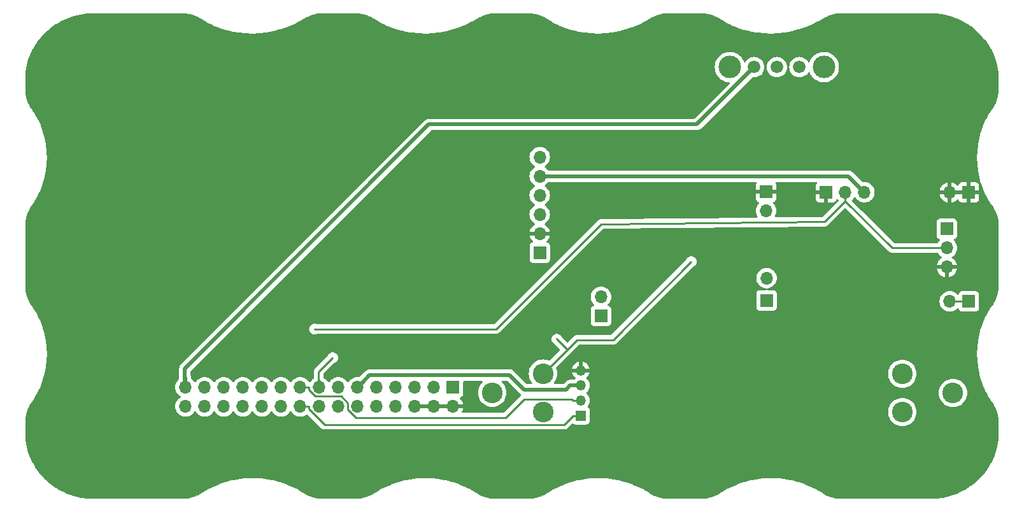
<source format=gtl>
G04 #@! TF.GenerationSoftware,KiCad,Pcbnew,7.99.0-unknown-7252ae551c~176~ubuntu22.04.1*
G04 #@! TF.CreationDate,2023-12-29T19:59:03+09:00*
G04 #@! TF.ProjectId,bGeigieZen 3.0.1 production,62476569-6769-4655-9a65-6e20332e302e,V3.0.1*
G04 #@! TF.SameCoordinates,Original*
G04 #@! TF.FileFunction,Copper,L1,Top*
G04 #@! TF.FilePolarity,Positive*
%FSLAX46Y46*%
G04 Gerber Fmt 4.6, Leading zero omitted, Abs format (unit mm)*
G04 Created by KiCad (PCBNEW 7.99.0-unknown-7252ae551c~176~ubuntu22.04.1) date 2023-12-29 19:59:03*
%MOMM*%
%LPD*%
G01*
G04 APERTURE LIST*
G04 #@! TA.AperFunction,ComponentPad*
%ADD10R,1.700000X1.700000*%
G04 #@! TD*
G04 #@! TA.AperFunction,ComponentPad*
%ADD11O,1.700000X1.700000*%
G04 #@! TD*
G04 #@! TA.AperFunction,ComponentPad*
%ADD12C,1.676400*%
G04 #@! TD*
G04 #@! TA.AperFunction,ComponentPad*
%ADD13C,3.000000*%
G04 #@! TD*
G04 #@! TA.AperFunction,ComponentPad*
%ADD14R,1.350000X1.350000*%
G04 #@! TD*
G04 #@! TA.AperFunction,ComponentPad*
%ADD15O,1.350000X1.350000*%
G04 #@! TD*
G04 #@! TA.AperFunction,ComponentPad*
%ADD16C,2.743200*%
G04 #@! TD*
G04 #@! TA.AperFunction,ViaPad*
%ADD17C,0.300000*%
G04 #@! TD*
G04 #@! TA.AperFunction,Conductor*
%ADD18C,0.250000*%
G04 #@! TD*
G04 #@! TA.AperFunction,Conductor*
%ADD19C,0.500000*%
G04 #@! TD*
G04 APERTURE END LIST*
D10*
X141452600Y-116407000D03*
D11*
X141452600Y-118947000D03*
X138912600Y-116407000D03*
X138912600Y-118947000D03*
X136372600Y-116407000D03*
X136372600Y-118947000D03*
X133832600Y-116407000D03*
X133832600Y-118947000D03*
X131292600Y-116407000D03*
X131292600Y-118947000D03*
X128752600Y-116407000D03*
X128752600Y-118947000D03*
X126212600Y-116407000D03*
X126212600Y-118947000D03*
X123672600Y-116407000D03*
X123672600Y-118947000D03*
X121132600Y-116407000D03*
X121132600Y-118947000D03*
X118592600Y-116407000D03*
X118592600Y-118947000D03*
X116052600Y-116407000D03*
X116052600Y-118947000D03*
X113512600Y-116407000D03*
X113512600Y-118947000D03*
X110972600Y-116407000D03*
X110972600Y-118947000D03*
X108432600Y-116407000D03*
X108432600Y-118947000D03*
X105892600Y-116407000D03*
X105892600Y-118947000D03*
D10*
X210033000Y-90499000D03*
D11*
X207493000Y-90499000D03*
D10*
X152984600Y-98500000D03*
D11*
X152984600Y-95960000D03*
X152984600Y-93420000D03*
X152984600Y-90880000D03*
X152984600Y-88340000D03*
X152984600Y-85800000D03*
D12*
X187505600Y-73838000D03*
X184505600Y-73838000D03*
X181505600Y-73838000D03*
D13*
X190755600Y-73838000D03*
X178255600Y-73838000D03*
D10*
X210037600Y-104977000D03*
D11*
X207497600Y-104977000D03*
D10*
X161121600Y-106925000D03*
D11*
X161121600Y-104385000D03*
D10*
X191067600Y-90470000D03*
D11*
X193607600Y-90470000D03*
X196147600Y-90470000D03*
D10*
X207108000Y-95330000D03*
D11*
X207108000Y-97870000D03*
X207108000Y-100410000D03*
D10*
X183134000Y-104850000D03*
D11*
X183134000Y-101884500D03*
D14*
X158447600Y-120169000D03*
D15*
X158447600Y-118169000D03*
X158447600Y-116169000D03*
X158447600Y-114169000D03*
D10*
X183083200Y-90422800D03*
D11*
X183083200Y-92962800D03*
D16*
X207925600Y-117150000D03*
X153417600Y-119670000D03*
X153417600Y-114590000D03*
X146669600Y-117130000D03*
X201177600Y-114610000D03*
X201177600Y-119690000D03*
D17*
X125451000Y-112470000D03*
X123038000Y-108660000D03*
X173128000Y-99695100D03*
X155249000Y-110003000D03*
D18*
X123583000Y-115280000D02*
X123673000Y-115370000D01*
X123673000Y-116358000D02*
X123673000Y-116374000D01*
X123673000Y-115845000D02*
X123673000Y-115888000D01*
X123583000Y-115755000D02*
X123583000Y-115992000D01*
X123583000Y-115992000D02*
X123583000Y-116230000D01*
X123583000Y-115280000D02*
X123583000Y-115755000D01*
X123673000Y-116358000D02*
X123673000Y-116374000D01*
X123673000Y-115370000D02*
X123673000Y-115845000D01*
X123583000Y-114330000D02*
X123583000Y-115280000D01*
X123673000Y-116398500D02*
X123673000Y-116407000D01*
X123673000Y-116310000D02*
X123673000Y-116342000D01*
X123673000Y-116398500D02*
X123672600Y-116398900D01*
X123672600Y-116398900D02*
X123672600Y-116407000D01*
X123673000Y-115845000D02*
X123673000Y-115888000D01*
X123673000Y-116213000D02*
X123673000Y-116278000D01*
X123673000Y-116082000D02*
X123673000Y-116148000D01*
X123673000Y-116342000D02*
X123673000Y-116358000D01*
X123583000Y-115992000D02*
X123673000Y-116082000D01*
X123673000Y-116148000D02*
X123673000Y-116213000D01*
X123673000Y-115888000D02*
X123673000Y-116082000D01*
X125451000Y-112470000D02*
X123583000Y-114330000D01*
X123673000Y-116382000D02*
X123673000Y-116390000D01*
X123673000Y-116382000D02*
X123673000Y-116390000D01*
X123673000Y-116278000D02*
X123673000Y-116310000D01*
X123673000Y-116310000D02*
X123673000Y-116342000D01*
X123583000Y-115755000D02*
X123673000Y-115845000D01*
X123673000Y-116213000D02*
X123673000Y-116278000D01*
X123673000Y-116082000D02*
X123673000Y-116148000D01*
X123673000Y-116390000D02*
X123673000Y-116398500D01*
X123673000Y-116374000D02*
X123673000Y-116382000D01*
D19*
X150897000Y-116713000D02*
X148980000Y-114796000D01*
X128752600Y-116407000D02*
X128753000Y-116407000D01*
X157021000Y-116169000D02*
X156477000Y-116713000D01*
X158447600Y-116169000D02*
X157021000Y-116169000D01*
X196148000Y-90469800D02*
X194018000Y-88340000D01*
X130363000Y-114796000D02*
X129397000Y-115763000D01*
X128753000Y-116407000D02*
X129075000Y-116085000D01*
X148980000Y-114796000D02*
X130363000Y-114796000D01*
X194018000Y-88340000D02*
X152985000Y-88340000D01*
X158448000Y-116169000D02*
X158447600Y-116169000D01*
X129397000Y-115763000D02*
X129075000Y-116085000D01*
X196148000Y-90469900D02*
X196148000Y-90469800D01*
X196148000Y-90469900D02*
X196147700Y-90469900D01*
X196148000Y-90470000D02*
X196148000Y-90469900D01*
X156477000Y-116713000D02*
X150897000Y-116713000D01*
X152985000Y-88340000D02*
X152984600Y-88340000D01*
X196147700Y-90469900D02*
X196147600Y-90470000D01*
D18*
X193607600Y-90470000D02*
X193608000Y-90470000D01*
X190855000Y-94398900D02*
X193608000Y-91646700D01*
X147168000Y-108660000D02*
X161138000Y-94690000D01*
X199831000Y-97870000D02*
X193608000Y-91646700D01*
X193608000Y-90470000D02*
X193608000Y-91646700D01*
X161138000Y-94690000D02*
X190855000Y-94398900D01*
X123038000Y-108660000D02*
X147168000Y-108660000D01*
X207108000Y-97870000D02*
X199831000Y-97870000D01*
X126596000Y-117584000D02*
X127483000Y-118471000D01*
X122309000Y-116407000D02*
X122309000Y-116775000D01*
X158447600Y-118169000D02*
X158448000Y-118169000D01*
X127483000Y-118471000D02*
X127483000Y-119369000D01*
X127483000Y-119369000D02*
X128551000Y-120437000D01*
X123118000Y-117584000D02*
X126596000Y-117584000D01*
X148439000Y-120437000D02*
X150909000Y-117968000D01*
X150909000Y-117968000D02*
X157245000Y-117968000D01*
X121133000Y-116407000D02*
X122309000Y-116407000D01*
X157446000Y-118169000D02*
X158447600Y-118169000D01*
X121133000Y-116407000D02*
X121132600Y-116407000D01*
X128551000Y-120437000D02*
X148439000Y-120437000D01*
X122309000Y-116775000D02*
X123118000Y-117584000D01*
X157245000Y-117968000D02*
X157446000Y-118169000D01*
X157446000Y-120169000D02*
X158447600Y-120169000D01*
X121133000Y-118947000D02*
X121132600Y-118947000D01*
X156226000Y-121389000D02*
X157446000Y-120169000D01*
X122309000Y-118947000D02*
X122309000Y-119315000D01*
X121133000Y-118947000D02*
X122309000Y-118947000D01*
X122309000Y-119315000D02*
X124384000Y-121389000D01*
X124384000Y-121389000D02*
X156226000Y-121389000D01*
X158447600Y-120169000D02*
X158448000Y-120169000D01*
X210037600Y-104977000D02*
X210038000Y-104977000D01*
X207498000Y-104977000D02*
X207497600Y-104977000D01*
X207498000Y-104977000D02*
X210037600Y-104977000D01*
D19*
X105893000Y-116250000D02*
X105893000Y-116289000D01*
X105803000Y-115940000D02*
X105803000Y-115649000D01*
X105803000Y-115649000D02*
X105893000Y-115739000D01*
X105893000Y-116378000D02*
X105892600Y-116378400D01*
X105893000Y-115157000D02*
X105893000Y-115739000D01*
X105893000Y-116378000D02*
X105893000Y-116388000D01*
X105803000Y-115940000D02*
X105893000Y-116029000D01*
X105892600Y-116378400D02*
X105892600Y-116407000D01*
X181506000Y-73838100D02*
X181506000Y-73838200D01*
X138238000Y-81470000D02*
X105803000Y-113905000D01*
X181506000Y-73838400D02*
X173874000Y-81470000D01*
X105893000Y-116172000D02*
X105893000Y-116250000D01*
X173874000Y-81470000D02*
X138238000Y-81470000D01*
X105893000Y-116328000D02*
X105893000Y-116348000D01*
X105893000Y-115782000D02*
X105893000Y-116029000D01*
X105803000Y-116230000D02*
X105803000Y-115940000D01*
X105803000Y-115649000D02*
X105803000Y-115068000D01*
X181506000Y-73838300D02*
X181506000Y-73838200D01*
X105893000Y-116029000D02*
X105893000Y-116094000D01*
X181506000Y-73838200D02*
X181506000Y-73838300D01*
X105893000Y-116368000D02*
X105893000Y-116378000D01*
X181506000Y-73838000D02*
X181506000Y-73838100D01*
X181506000Y-73838100D02*
X181505700Y-73838100D01*
X105893000Y-116289000D02*
X105893000Y-116328000D01*
X105893000Y-116029000D02*
X105893000Y-116094000D01*
X105893000Y-116172000D02*
X105893000Y-116250000D01*
X105803000Y-115068000D02*
X105893000Y-115157000D01*
X181506000Y-73838300D02*
X181506000Y-73838400D01*
X181505700Y-73838100D02*
X181505600Y-73838000D01*
X105893000Y-115739000D02*
X105893000Y-115782000D01*
X105893000Y-116094000D02*
X105893000Y-116172000D01*
X105893000Y-115739000D02*
X105893000Y-115782000D01*
X105893000Y-116348000D02*
X105893000Y-116368000D01*
X105803000Y-113905000D02*
X105803000Y-115068000D01*
X105893000Y-116348000D02*
X105893000Y-116368000D01*
X105893000Y-116289000D02*
X105893000Y-116328000D01*
D18*
X157900000Y-110108000D02*
X162715000Y-110108000D01*
X155249000Y-110003000D02*
X156627000Y-111381000D01*
X153418000Y-114590000D02*
X156627000Y-111381000D01*
X162715000Y-110108000D02*
X173128000Y-99695100D01*
X156627000Y-111381000D02*
X157900000Y-110108000D01*
G04 #@! TA.AperFunction,Conductor*
G36*
X145350166Y-115574502D02*
G01*
X145396659Y-115628158D01*
X145406763Y-115698432D01*
X145377269Y-115763012D01*
X145371140Y-115769595D01*
X145245090Y-115895644D01*
X145083912Y-116110954D01*
X144955036Y-116346973D01*
X144955031Y-116346983D01*
X144861049Y-116598960D01*
X144803882Y-116861753D01*
X144784697Y-117130000D01*
X144803882Y-117398246D01*
X144861049Y-117661039D01*
X144955031Y-117913016D01*
X144955036Y-117913026D01*
X145083912Y-118149045D01*
X145083917Y-118149052D01*
X145083919Y-118149055D01*
X145245085Y-118364349D01*
X145245087Y-118364351D01*
X145245090Y-118364355D01*
X145435244Y-118554509D01*
X145435247Y-118554511D01*
X145435251Y-118554515D01*
X145650545Y-118715681D01*
X145650548Y-118715682D01*
X145650554Y-118715687D01*
X145886573Y-118844563D01*
X145886583Y-118844568D01*
X146138561Y-118938551D01*
X146401350Y-118995717D01*
X146669600Y-119014903D01*
X146937850Y-118995717D01*
X147200639Y-118938551D01*
X147452617Y-118844568D01*
X147528549Y-118803106D01*
X147688645Y-118715687D01*
X147688647Y-118715685D01*
X147688655Y-118715681D01*
X147903949Y-118554515D01*
X148094115Y-118364349D01*
X148255281Y-118149055D01*
X148255285Y-118149047D01*
X148255287Y-118149045D01*
X148384163Y-117913026D01*
X148384168Y-117913017D01*
X148478151Y-117661039D01*
X148535317Y-117398250D01*
X148554503Y-117130000D01*
X148535317Y-116861750D01*
X148478151Y-116598961D01*
X148384168Y-116346983D01*
X148384163Y-116346973D01*
X148255287Y-116110954D01*
X148255282Y-116110948D01*
X148255281Y-116110945D01*
X148094115Y-115895651D01*
X148094111Y-115895647D01*
X148094109Y-115895644D01*
X147968060Y-115769595D01*
X147934034Y-115707283D01*
X147939099Y-115636468D01*
X147981646Y-115579632D01*
X148048166Y-115554821D01*
X148057155Y-115554500D01*
X148613629Y-115554500D01*
X148681750Y-115574502D01*
X148702724Y-115591405D01*
X150307834Y-117196515D01*
X150307835Y-117196516D01*
X150413484Y-117302165D01*
X150439734Y-117319705D01*
X150444950Y-117323190D01*
X150490478Y-117377667D01*
X150499326Y-117448110D01*
X150468685Y-117512154D01*
X150464102Y-117516992D01*
X150463346Y-117517749D01*
X150463269Y-117517825D01*
X148213572Y-119766613D01*
X148151253Y-119800626D01*
X148124495Y-119803500D01*
X142747986Y-119803500D01*
X142679865Y-119783498D01*
X142633372Y-119729842D01*
X142623268Y-119659568D01*
X142642504Y-119608583D01*
X142651019Y-119595550D01*
X142741420Y-119389456D01*
X142741423Y-119389449D01*
X142789144Y-119201000D01*
X141883303Y-119201000D01*
X141918525Y-119139993D01*
X141952600Y-119012826D01*
X141952600Y-118881174D01*
X141918525Y-118754007D01*
X141883303Y-118693000D01*
X142789144Y-118693000D01*
X142789144Y-118692999D01*
X142741423Y-118504550D01*
X142741420Y-118504543D01*
X142651019Y-118298451D01*
X142527925Y-118110041D01*
X142384618Y-117954367D01*
X142353198Y-117890702D01*
X142361185Y-117820156D01*
X142406044Y-117765127D01*
X142433279Y-117750977D01*
X142548804Y-117707889D01*
X142665861Y-117620261D01*
X142742601Y-117517749D01*
X142753487Y-117503207D01*
X142753487Y-117503206D01*
X142753489Y-117503204D01*
X142800312Y-117377667D01*
X142804588Y-117366204D01*
X142804590Y-117366196D01*
X142811099Y-117305649D01*
X142811100Y-117305632D01*
X142811100Y-115680500D01*
X142831102Y-115612379D01*
X142884758Y-115565886D01*
X142937100Y-115554500D01*
X145282045Y-115554500D01*
X145350166Y-115574502D01*
G37*
G04 #@! TD.AperFunction*
G04 #@! TA.AperFunction,Conductor*
G36*
X138446675Y-118754007D02*
G01*
X138412600Y-118881174D01*
X138412600Y-119012826D01*
X138446675Y-119139993D01*
X138481897Y-119201000D01*
X136803303Y-119201000D01*
X136838525Y-119139993D01*
X136872600Y-119012826D01*
X136872600Y-118881174D01*
X136838525Y-118754007D01*
X136803303Y-118693000D01*
X138481897Y-118693000D01*
X138446675Y-118754007D01*
G37*
G04 #@! TD.AperFunction*
G04 #@! TA.AperFunction,Conductor*
G36*
X140986675Y-118754007D02*
G01*
X140952600Y-118881174D01*
X140952600Y-119012826D01*
X140986675Y-119139993D01*
X141021897Y-119201000D01*
X139343303Y-119201000D01*
X139378525Y-119139993D01*
X139412600Y-119012826D01*
X139412600Y-118881174D01*
X139378525Y-118754007D01*
X139343303Y-118693000D01*
X141021897Y-118693000D01*
X140986675Y-118754007D01*
G37*
G04 #@! TD.AperFunction*
G04 #@! TA.AperFunction,Conductor*
G36*
X189789824Y-89118502D02*
G01*
X189836317Y-89172158D01*
X189846421Y-89242432D01*
X189822571Y-89300009D01*
X189767155Y-89374034D01*
X189767155Y-89374035D01*
X189716105Y-89510906D01*
X189709600Y-89571402D01*
X189709600Y-90216000D01*
X190636897Y-90216000D01*
X190601675Y-90277007D01*
X190567600Y-90404174D01*
X190567600Y-90535826D01*
X190601675Y-90662993D01*
X190636897Y-90724000D01*
X189709600Y-90724000D01*
X189709600Y-91368597D01*
X189716105Y-91429093D01*
X189767155Y-91565964D01*
X189767155Y-91565965D01*
X189854695Y-91682904D01*
X189971634Y-91770444D01*
X190108506Y-91821494D01*
X190169002Y-91827999D01*
X190169015Y-91828000D01*
X190813600Y-91828000D01*
X190813600Y-90900702D01*
X190874607Y-90935925D01*
X191001774Y-90970000D01*
X191133426Y-90970000D01*
X191260593Y-90935925D01*
X191321600Y-90900702D01*
X191321600Y-91828000D01*
X191966185Y-91828000D01*
X191966197Y-91827999D01*
X192026693Y-91821494D01*
X192163564Y-91770444D01*
X192163565Y-91770444D01*
X192280504Y-91682904D01*
X192368044Y-91565965D01*
X192412218Y-91447530D01*
X192454765Y-91390694D01*
X192521285Y-91365883D01*
X192590659Y-91380974D01*
X192622972Y-91406222D01*
X192644027Y-91429093D01*
X192684360Y-91472906D01*
X192684365Y-91472910D01*
X192685016Y-91473417D01*
X192685213Y-91473690D01*
X192688195Y-91476436D01*
X192687630Y-91477049D01*
X192726485Y-91531043D01*
X192730217Y-91601942D01*
X192696705Y-91661954D01*
X190626476Y-93731582D01*
X190564158Y-93765598D01*
X190538627Y-93768468D01*
X184374173Y-93828853D01*
X184305860Y-93809519D01*
X184258844Y-93756321D01*
X184248052Y-93686150D01*
X184267455Y-93633945D01*
X184282060Y-93611591D01*
X184372496Y-93405416D01*
X184427764Y-93187168D01*
X184446356Y-92962800D01*
X184427764Y-92738432D01*
X184420420Y-92709432D01*
X184372497Y-92520187D01*
X184372496Y-92520186D01*
X184372496Y-92520184D01*
X184282060Y-92314009D01*
X184259063Y-92278810D01*
X184158924Y-92125534D01*
X184158914Y-92125522D01*
X184015359Y-91969582D01*
X183983937Y-91905917D01*
X183991923Y-91835371D01*
X184036782Y-91780342D01*
X184064027Y-91766188D01*
X184179165Y-91723244D01*
X184296104Y-91635704D01*
X184383644Y-91518765D01*
X184383644Y-91518764D01*
X184434694Y-91381893D01*
X184441199Y-91321397D01*
X184441200Y-91321385D01*
X184441200Y-90676800D01*
X183513903Y-90676800D01*
X183549125Y-90615793D01*
X183583200Y-90488626D01*
X183583200Y-90356974D01*
X183549125Y-90229807D01*
X183513903Y-90168800D01*
X184441200Y-90168800D01*
X184441200Y-89524214D01*
X184441199Y-89524202D01*
X184434694Y-89463706D01*
X184383644Y-89326835D01*
X184363562Y-89300008D01*
X184338752Y-89233488D01*
X184353844Y-89164114D01*
X184404046Y-89113912D01*
X184464431Y-89098500D01*
X189721703Y-89098500D01*
X189789824Y-89118502D01*
G37*
G04 #@! TD.AperFunction*
G04 #@! TA.AperFunction,Conductor*
G36*
X209567075Y-90306007D02*
G01*
X209533000Y-90433174D01*
X209533000Y-90564826D01*
X209567075Y-90691993D01*
X209602297Y-90753000D01*
X207923703Y-90753000D01*
X207958925Y-90691993D01*
X207993000Y-90564826D01*
X207993000Y-90433174D01*
X207958925Y-90306007D01*
X207923703Y-90245000D01*
X209602297Y-90245000D01*
X209567075Y-90306007D01*
G37*
G04 #@! TD.AperFunction*
G04 #@! TA.AperFunction,Conductor*
G36*
X105651440Y-66676377D02*
G01*
X105795003Y-66685760D01*
X105798833Y-66686069D01*
X105944408Y-66700116D01*
X105948140Y-66700534D01*
X106093064Y-66719028D01*
X106096826Y-66719566D01*
X106241031Y-66742470D01*
X106244766Y-66743122D01*
X106388152Y-66770393D01*
X106391848Y-66771153D01*
X106526266Y-66800972D01*
X106534263Y-66802746D01*
X106537971Y-66803628D01*
X106679183Y-66839468D01*
X106682845Y-66840456D01*
X106822860Y-66880534D01*
X106826480Y-66881629D01*
X106899608Y-66904973D01*
X106965116Y-66925884D01*
X106968726Y-66927097D01*
X106990146Y-66934655D01*
X107105869Y-66975488D01*
X107109409Y-66976797D01*
X107244890Y-67029265D01*
X107244903Y-67029270D01*
X107248432Y-67030699D01*
X107382120Y-67087197D01*
X107385595Y-67088727D01*
X107517456Y-67149248D01*
X107520881Y-67150885D01*
X107650642Y-67215320D01*
X107654039Y-67217072D01*
X107752729Y-67269924D01*
X107781596Y-67285383D01*
X107785007Y-67287279D01*
X107909859Y-67359203D01*
X107913757Y-67361543D01*
X108653786Y-67824557D01*
X108662190Y-67829815D01*
X108668772Y-67835511D01*
X108678271Y-67840399D01*
X108687464Y-67845629D01*
X108696557Y-67851320D01*
X108704820Y-67854064D01*
X108849286Y-67928418D01*
X109468169Y-68246948D01*
X109475032Y-68251963D01*
X109485423Y-68256290D01*
X109494644Y-68260574D01*
X109504713Y-68265755D01*
X109512977Y-68267760D01*
X110280424Y-68587250D01*
X110304811Y-68597402D01*
X110311892Y-68601760D01*
X110323069Y-68605419D01*
X110332308Y-68608849D01*
X110343235Y-68613399D01*
X110351452Y-68614712D01*
X111167115Y-68881812D01*
X111174345Y-68885530D01*
X111186229Y-68888449D01*
X111195411Y-68891077D01*
X111207076Y-68894899D01*
X111215179Y-68895565D01*
X112049992Y-69100787D01*
X112057326Y-69103896D01*
X112069833Y-69106014D01*
X112078905Y-69107896D01*
X112091271Y-69110938D01*
X112099245Y-69110999D01*
X112948523Y-69254985D01*
X112955922Y-69257508D01*
X112968927Y-69258769D01*
X112977859Y-69259959D01*
X112990761Y-69262148D01*
X112998567Y-69261646D01*
X113857610Y-69345020D01*
X113865069Y-69346989D01*
X113878392Y-69347347D01*
X113887218Y-69347894D01*
X113900559Y-69349192D01*
X113908201Y-69348153D01*
X114772249Y-69371532D01*
X114779730Y-69372962D01*
X114793271Y-69372398D01*
X114801930Y-69372335D01*
X114815548Y-69372703D01*
X114823008Y-69371159D01*
X115687374Y-69335155D01*
X115694901Y-69336068D01*
X115708482Y-69334570D01*
X115717070Y-69333919D01*
X115730762Y-69333350D01*
X115738069Y-69331309D01*
X116598012Y-69236530D01*
X116605589Y-69236930D01*
X116619070Y-69234505D01*
X116627604Y-69233269D01*
X116641242Y-69231768D01*
X116648389Y-69229234D01*
X117499213Y-69076279D01*
X117506829Y-69076159D01*
X117520000Y-69072845D01*
X117528465Y-69071021D01*
X117541881Y-69068610D01*
X117548865Y-69065583D01*
X118385796Y-68855061D01*
X118393465Y-68854412D01*
X118406246Y-68850233D01*
X118414695Y-68847793D01*
X118427699Y-68844523D01*
X118434528Y-68840987D01*
X119252889Y-68573483D01*
X119260608Y-68572280D01*
X119272785Y-68567316D01*
X119281236Y-68564218D01*
X119293716Y-68560141D01*
X119300377Y-68556074D01*
X120095478Y-68232162D01*
X120103219Y-68230375D01*
X120114645Y-68224717D01*
X120123053Y-68220929D01*
X120134904Y-68216103D01*
X120141366Y-68211488D01*
X120908457Y-67831759D01*
X120916199Y-67829357D01*
X120926781Y-67823087D01*
X120935141Y-67818550D01*
X120946216Y-67813070D01*
X120952453Y-67807879D01*
X121703975Y-67362737D01*
X121711358Y-67358693D01*
X121970208Y-67227919D01*
X121973780Y-67226186D01*
X122240653Y-67102063D01*
X122244004Y-67100565D01*
X122378189Y-67042905D01*
X122380667Y-67041873D01*
X122516626Y-66987038D01*
X122519452Y-66985939D01*
X122656274Y-66934641D01*
X122659420Y-66933510D01*
X122797299Y-66886001D01*
X122800728Y-66884874D01*
X122939599Y-66841504D01*
X122943294Y-66840414D01*
X123083099Y-66801529D01*
X123087153Y-66800475D01*
X123227844Y-66766408D01*
X123232254Y-66765425D01*
X123373813Y-66736500D01*
X123378502Y-66735635D01*
X123520953Y-66712173D01*
X123525980Y-66711449D01*
X123669281Y-66693776D01*
X123674615Y-66693235D01*
X123795336Y-66683550D01*
X123818780Y-66681669D01*
X123824352Y-66681347D01*
X123966747Y-66676309D01*
X123970140Y-66676189D01*
X123974595Y-66676110D01*
X128626843Y-66676110D01*
X128635059Y-66676378D01*
X128654314Y-66677636D01*
X128778619Y-66685759D01*
X128782454Y-66686069D01*
X128928000Y-66700113D01*
X128931788Y-66700538D01*
X129076683Y-66719029D01*
X129080465Y-66719570D01*
X129224642Y-66742469D01*
X129228366Y-66743118D01*
X129371773Y-66770393D01*
X129375469Y-66771153D01*
X129509887Y-66800972D01*
X129517884Y-66802746D01*
X129521592Y-66803628D01*
X129662804Y-66839468D01*
X129666466Y-66840456D01*
X129806481Y-66880534D01*
X129810101Y-66881629D01*
X129883073Y-66904923D01*
X129948738Y-66925884D01*
X129952348Y-66927097D01*
X129973768Y-66934655D01*
X130089491Y-66975488D01*
X130093050Y-66976805D01*
X130228509Y-67029265D01*
X130232052Y-67030699D01*
X130264528Y-67044423D01*
X130365728Y-67087190D01*
X130365757Y-67087202D01*
X130369214Y-67088725D01*
X130501050Y-67149235D01*
X130504498Y-67150882D01*
X130634264Y-67215320D01*
X130637661Y-67217072D01*
X130765209Y-67285378D01*
X130768614Y-67287270D01*
X130868270Y-67344679D01*
X130893441Y-67359179D01*
X130897369Y-67361538D01*
X131637405Y-67824557D01*
X131645809Y-67829815D01*
X131652391Y-67835511D01*
X131661890Y-67840399D01*
X131671083Y-67845629D01*
X131680176Y-67851320D01*
X131688439Y-67854064D01*
X131832905Y-67928418D01*
X132451788Y-68246948D01*
X132458651Y-68251963D01*
X132469042Y-68256290D01*
X132478263Y-68260574D01*
X132488332Y-68265755D01*
X132496596Y-68267760D01*
X133264043Y-68587250D01*
X133288430Y-68597402D01*
X133295511Y-68601760D01*
X133306688Y-68605419D01*
X133315927Y-68608849D01*
X133326855Y-68613399D01*
X133335071Y-68614713D01*
X133454755Y-68653905D01*
X134150733Y-68881812D01*
X134157962Y-68885529D01*
X134169836Y-68888446D01*
X134179018Y-68891074D01*
X134190692Y-68894899D01*
X134198796Y-68895565D01*
X135033610Y-69100787D01*
X135040944Y-69103896D01*
X135053451Y-69106014D01*
X135062523Y-69107896D01*
X135074889Y-69110938D01*
X135082863Y-69110999D01*
X135932141Y-69254985D01*
X135939540Y-69257508D01*
X135952545Y-69258769D01*
X135961477Y-69259959D01*
X135974379Y-69262148D01*
X135982185Y-69261646D01*
X136841227Y-69345020D01*
X136848686Y-69346989D01*
X136862009Y-69347347D01*
X136870835Y-69347894D01*
X136884176Y-69349192D01*
X136891818Y-69348153D01*
X137755866Y-69371532D01*
X137763347Y-69372962D01*
X137776888Y-69372398D01*
X137785547Y-69372335D01*
X137799165Y-69372703D01*
X137806625Y-69371159D01*
X138670991Y-69335155D01*
X138678518Y-69336068D01*
X138692099Y-69334570D01*
X138700687Y-69333919D01*
X138714379Y-69333350D01*
X138721686Y-69331309D01*
X139581629Y-69236530D01*
X139589206Y-69236930D01*
X139602687Y-69234505D01*
X139611221Y-69233269D01*
X139624859Y-69231768D01*
X139632006Y-69229234D01*
X140482830Y-69076279D01*
X140490446Y-69076159D01*
X140503617Y-69072845D01*
X140512082Y-69071021D01*
X140525498Y-69068610D01*
X140532482Y-69065583D01*
X141369412Y-68855061D01*
X141377081Y-68854412D01*
X141389862Y-68850233D01*
X141398311Y-68847793D01*
X141411315Y-68844523D01*
X141418144Y-68840987D01*
X142236505Y-68573483D01*
X142244223Y-68572280D01*
X142256400Y-68567316D01*
X142264851Y-68564218D01*
X142277334Y-68560140D01*
X142283997Y-68556073D01*
X142647465Y-68408001D01*
X143079087Y-68232164D01*
X143086830Y-68230377D01*
X143098259Y-68224717D01*
X143106667Y-68220929D01*
X143118518Y-68216103D01*
X143124980Y-68211488D01*
X143892070Y-67831759D01*
X143899812Y-67829357D01*
X143910394Y-67823087D01*
X143918754Y-67818550D01*
X143929829Y-67813070D01*
X143936066Y-67807879D01*
X144687574Y-67362746D01*
X144694931Y-67358714D01*
X144953848Y-67227907D01*
X144957395Y-67226186D01*
X145224270Y-67102063D01*
X145227640Y-67100557D01*
X145361774Y-67042919D01*
X145364314Y-67041861D01*
X145500242Y-66987038D01*
X145503067Y-66985939D01*
X145639891Y-66934640D01*
X145642996Y-66933523D01*
X145780973Y-66885981D01*
X145784345Y-66884874D01*
X145923234Y-66841499D01*
X145926895Y-66840419D01*
X146066717Y-66801529D01*
X146070772Y-66800475D01*
X146211463Y-66766408D01*
X146215872Y-66765425D01*
X146357433Y-66736500D01*
X146362122Y-66735635D01*
X146504573Y-66712173D01*
X146509600Y-66711449D01*
X146652901Y-66693776D01*
X146658234Y-66693235D01*
X146779142Y-66683535D01*
X146802400Y-66681669D01*
X146807972Y-66681347D01*
X146950367Y-66676309D01*
X146953760Y-66676189D01*
X146958215Y-66676110D01*
X151610463Y-66676110D01*
X151618679Y-66676377D01*
X151762242Y-66685760D01*
X151766072Y-66686069D01*
X151911647Y-66700116D01*
X151915379Y-66700534D01*
X152060283Y-66719026D01*
X152064091Y-66719571D01*
X152208262Y-66742469D01*
X152211992Y-66743119D01*
X152355391Y-66770393D01*
X152359087Y-66771153D01*
X152501501Y-66802746D01*
X152505209Y-66803628D01*
X152646421Y-66839468D01*
X152650083Y-66840456D01*
X152790098Y-66880534D01*
X152793718Y-66881629D01*
X152866846Y-66904973D01*
X152932354Y-66925884D01*
X152935964Y-66927097D01*
X152954136Y-66933509D01*
X153073106Y-66975488D01*
X153076646Y-66976797D01*
X153163649Y-67010491D01*
X153212124Y-67029264D01*
X153215669Y-67030699D01*
X153245790Y-67043428D01*
X153341269Y-67083778D01*
X153349360Y-67087197D01*
X153352872Y-67088745D01*
X153484651Y-67149229D01*
X153488126Y-67150889D01*
X153617878Y-67215320D01*
X153621275Y-67217072D01*
X153748855Y-67285395D01*
X153752220Y-67287265D01*
X153877269Y-67359303D01*
X153881159Y-67361639D01*
X154621033Y-67824557D01*
X154629437Y-67829815D01*
X154636019Y-67835511D01*
X154645518Y-67840399D01*
X154654711Y-67845629D01*
X154663804Y-67851320D01*
X154672067Y-67854064D01*
X154810964Y-67925552D01*
X155406692Y-68232165D01*
X155435417Y-68246949D01*
X155442286Y-68251969D01*
X155452650Y-68256283D01*
X155461896Y-68260579D01*
X155471947Y-68265752D01*
X155480221Y-68267760D01*
X156272062Y-68597405D01*
X156279148Y-68601766D01*
X156290301Y-68605416D01*
X156299560Y-68608853D01*
X156310453Y-68613390D01*
X156318673Y-68614706D01*
X156361922Y-68628868D01*
X157134365Y-68881816D01*
X157141593Y-68885532D01*
X157153465Y-68888449D01*
X157162647Y-68891077D01*
X157174321Y-68894902D01*
X157182425Y-68895568D01*
X158017240Y-69100790D01*
X158024574Y-69103899D01*
X158037081Y-69106017D01*
X158046153Y-69107899D01*
X158058519Y-69110941D01*
X158066493Y-69111002D01*
X158915773Y-69254989D01*
X158923171Y-69257513D01*
X158936175Y-69258773D01*
X158945107Y-69259963D01*
X158958009Y-69262152D01*
X158965815Y-69261650D01*
X159824858Y-69345025D01*
X159832317Y-69346994D01*
X159845640Y-69347352D01*
X159854466Y-69347899D01*
X159867807Y-69349197D01*
X159875448Y-69348158D01*
X160739496Y-69371538D01*
X160746978Y-69372968D01*
X160760519Y-69372404D01*
X160769178Y-69372341D01*
X160782796Y-69372709D01*
X160790256Y-69371165D01*
X161654623Y-69335161D01*
X161662150Y-69336074D01*
X161675731Y-69334576D01*
X161684319Y-69333925D01*
X161698011Y-69333356D01*
X161705318Y-69331315D01*
X162565259Y-69236537D01*
X162572837Y-69236937D01*
X162586318Y-69234512D01*
X162594852Y-69233276D01*
X162608490Y-69231775D01*
X162615637Y-69229241D01*
X163466462Y-69076286D01*
X163474078Y-69076166D01*
X163487249Y-69072852D01*
X163495714Y-69071028D01*
X163509127Y-69068617D01*
X163516108Y-69065592D01*
X164353046Y-68855067D01*
X164360715Y-68854418D01*
X164373494Y-68850239D01*
X164381943Y-68847799D01*
X164394946Y-68844530D01*
X164401771Y-68840995D01*
X165220138Y-68573488D01*
X165227856Y-68572285D01*
X165240033Y-68567321D01*
X165248484Y-68564223D01*
X165260964Y-68560146D01*
X165267625Y-68556079D01*
X166062726Y-68232167D01*
X166070467Y-68230380D01*
X166081893Y-68224722D01*
X166090301Y-68220934D01*
X166102151Y-68216108D01*
X166108612Y-68211494D01*
X166875704Y-67831762D01*
X166883446Y-67829360D01*
X166894029Y-67823089D01*
X166902389Y-67818552D01*
X166913464Y-67813072D01*
X166919701Y-67807881D01*
X167671253Y-67362719D01*
X167678630Y-67358676D01*
X167937441Y-67227922D01*
X167941087Y-67226155D01*
X168207893Y-67102063D01*
X168211244Y-67100565D01*
X168345397Y-67042919D01*
X168347938Y-67041861D01*
X168483865Y-66987038D01*
X168486690Y-66985939D01*
X168623515Y-66934641D01*
X168626620Y-66933523D01*
X168764597Y-66885981D01*
X168767969Y-66884874D01*
X168906858Y-66841499D01*
X168910519Y-66840419D01*
X169050356Y-66801525D01*
X169054382Y-66800478D01*
X169195088Y-66766408D01*
X169199497Y-66765425D01*
X169341058Y-66736500D01*
X169345747Y-66735635D01*
X169488198Y-66712173D01*
X169493225Y-66711449D01*
X169636526Y-66693776D01*
X169641860Y-66693235D01*
X169762768Y-66683535D01*
X169786026Y-66681669D01*
X169791598Y-66681347D01*
X169933921Y-66676311D01*
X169937387Y-66676189D01*
X169941842Y-66676110D01*
X174594083Y-66676110D01*
X174602299Y-66676377D01*
X174745862Y-66685760D01*
X174749692Y-66686069D01*
X174895267Y-66700116D01*
X174898999Y-66700534D01*
X175043921Y-66719028D01*
X175047684Y-66719566D01*
X175191889Y-66742470D01*
X175195624Y-66743122D01*
X175339010Y-66770393D01*
X175342706Y-66771153D01*
X175477124Y-66800972D01*
X175485121Y-66802746D01*
X175488829Y-66803628D01*
X175630041Y-66839468D01*
X175633703Y-66840456D01*
X175773718Y-66880534D01*
X175777338Y-66881629D01*
X175850466Y-66904973D01*
X175915974Y-66925884D01*
X175919584Y-66927097D01*
X175937756Y-66933509D01*
X176056726Y-66975488D01*
X176060266Y-66976797D01*
X176195759Y-67029269D01*
X176199290Y-67030699D01*
X176332977Y-67087197D01*
X176336452Y-67088727D01*
X176468302Y-67149243D01*
X176471724Y-67150877D01*
X176569365Y-67199364D01*
X176601487Y-67215315D01*
X176604931Y-67217092D01*
X176732452Y-67285383D01*
X176735841Y-67287265D01*
X176860893Y-67359305D01*
X176864767Y-67361631D01*
X177604653Y-67824557D01*
X177613057Y-67829815D01*
X177619639Y-67835511D01*
X177629138Y-67840399D01*
X177638331Y-67845629D01*
X177647424Y-67851320D01*
X177655687Y-67854064D01*
X177800153Y-67928418D01*
X178419036Y-68246948D01*
X178425899Y-68251963D01*
X178436290Y-68256290D01*
X178445511Y-68260574D01*
X178455580Y-68265755D01*
X178463844Y-68267760D01*
X179231292Y-68587250D01*
X179255679Y-68597402D01*
X179262760Y-68601760D01*
X179273937Y-68605419D01*
X179283176Y-68608849D01*
X179294103Y-68613399D01*
X179302320Y-68614712D01*
X180117983Y-68881812D01*
X180125213Y-68885530D01*
X180137097Y-68888449D01*
X180146279Y-68891077D01*
X180157944Y-68894899D01*
X180166047Y-68895565D01*
X181000861Y-69100787D01*
X181008195Y-69103896D01*
X181020702Y-69106014D01*
X181029774Y-69107896D01*
X181042140Y-69110938D01*
X181050114Y-69110999D01*
X181899393Y-69254985D01*
X181906792Y-69257508D01*
X181919797Y-69258769D01*
X181928729Y-69259959D01*
X181941631Y-69262148D01*
X181949437Y-69261646D01*
X182808480Y-69345020D01*
X182815939Y-69346989D01*
X182829262Y-69347347D01*
X182838088Y-69347894D01*
X182851429Y-69349192D01*
X182859071Y-69348153D01*
X183723120Y-69371532D01*
X183730601Y-69372962D01*
X183744142Y-69372398D01*
X183752801Y-69372335D01*
X183766419Y-69372703D01*
X183773879Y-69371159D01*
X184638246Y-69335155D01*
X184645773Y-69336068D01*
X184659354Y-69334570D01*
X184667942Y-69333919D01*
X184681634Y-69333350D01*
X184688941Y-69331309D01*
X185548883Y-69236530D01*
X185556460Y-69236930D01*
X185569941Y-69234505D01*
X185578475Y-69233269D01*
X185592113Y-69231768D01*
X185599260Y-69229234D01*
X186450085Y-69076279D01*
X186457701Y-69076159D01*
X186470872Y-69072845D01*
X186479337Y-69071021D01*
X186492753Y-69068610D01*
X186499737Y-69065583D01*
X187336667Y-68855061D01*
X187344336Y-68854412D01*
X187357117Y-68850233D01*
X187365566Y-68847793D01*
X187378570Y-68844523D01*
X187385399Y-68840987D01*
X188203760Y-68573483D01*
X188211478Y-68572280D01*
X188223655Y-68567316D01*
X188232106Y-68564218D01*
X188244586Y-68560141D01*
X188251247Y-68556074D01*
X189046348Y-68232162D01*
X189054089Y-68230375D01*
X189065515Y-68224717D01*
X189073923Y-68220929D01*
X189085774Y-68216103D01*
X189092236Y-68211488D01*
X189859326Y-67831759D01*
X189867068Y-67829357D01*
X189877650Y-67823087D01*
X189886010Y-67818550D01*
X189897085Y-67813070D01*
X189903322Y-67807879D01*
X190654848Y-67362734D01*
X190662202Y-67358704D01*
X190921088Y-67227917D01*
X190924674Y-67226177D01*
X191191558Y-67102053D01*
X191194859Y-67100577D01*
X191329032Y-67042924D01*
X191331574Y-67041865D01*
X191467486Y-66987047D01*
X191470215Y-66985985D01*
X191607230Y-66934617D01*
X191610251Y-66933530D01*
X191748142Y-66886015D01*
X191751611Y-66884875D01*
X191890455Y-66841514D01*
X191894166Y-66840419D01*
X192033968Y-66801533D01*
X192038017Y-66800480D01*
X192178760Y-66766400D01*
X192183066Y-66765439D01*
X192324691Y-66736502D01*
X192329392Y-66735635D01*
X192471880Y-66712166D01*
X192476854Y-66711451D01*
X192620160Y-66693776D01*
X192625427Y-66693240D01*
X192769689Y-66681667D01*
X192775222Y-66681348D01*
X192921008Y-66676189D01*
X192925464Y-66676110D01*
X204905471Y-66676110D01*
X204906295Y-66676113D01*
X204917754Y-66676187D01*
X204917755Y-66676188D01*
X205370052Y-66679147D01*
X205376816Y-66679375D01*
X205817537Y-66706141D01*
X205824211Y-66706725D01*
X206260716Y-66756675D01*
X206267230Y-66757594D01*
X206574524Y-66809186D01*
X206698842Y-66830058D01*
X206705213Y-66831297D01*
X206751394Y-66841520D01*
X207131264Y-66925611D01*
X207137409Y-66927137D01*
X207557117Y-67042616D01*
X207563076Y-67044416D01*
X207975792Y-67180406D01*
X207981565Y-67182466D01*
X208386535Y-67338284D01*
X208392122Y-67340590D01*
X208752717Y-67499714D01*
X208788551Y-67515527D01*
X208793981Y-67518079D01*
X209181237Y-67711494D01*
X209186478Y-67714268D01*
X209563746Y-67925432D01*
X209568801Y-67928418D01*
X209935474Y-68156710D01*
X209940349Y-68159904D01*
X210295636Y-68404604D01*
X210300333Y-68408001D01*
X210643506Y-68668418D01*
X210648031Y-68672018D01*
X210978380Y-68947474D01*
X210982733Y-68951277D01*
X211119391Y-69076287D01*
X211294572Y-69236537D01*
X211299492Y-69241037D01*
X211303673Y-69245041D01*
X211392895Y-69334535D01*
X211606177Y-69548468D01*
X211610194Y-69552689D01*
X211897660Y-69869021D01*
X211901508Y-69873458D01*
X212134017Y-70154592D01*
X212167218Y-70194737D01*
X212173265Y-70202048D01*
X212176939Y-70206709D01*
X212432260Y-70546852D01*
X212435753Y-70551745D01*
X212673882Y-70902680D01*
X212677179Y-70907801D01*
X212897477Y-71268932D01*
X212900565Y-71274287D01*
X213102253Y-71644809D01*
X213105135Y-71650437D01*
X213287541Y-72029693D01*
X213290188Y-72035577D01*
X213452607Y-72422881D01*
X213454995Y-72429020D01*
X213596731Y-72823669D01*
X213598836Y-72830062D01*
X213719199Y-73231396D01*
X213720994Y-73238036D01*
X213819277Y-73645330D01*
X213820734Y-73652201D01*
X213896250Y-74064791D01*
X213897339Y-74071875D01*
X213949403Y-74489123D01*
X213950097Y-74496393D01*
X213978008Y-74917604D01*
X213978281Y-74925025D01*
X213981448Y-75363689D01*
X213981451Y-75364599D01*
X213981451Y-77069677D01*
X213981133Y-77078621D01*
X213971409Y-77215263D01*
X213971037Y-77219489D01*
X213956448Y-77358297D01*
X213955937Y-77362480D01*
X213936717Y-77500706D01*
X213936072Y-77504839D01*
X213912265Y-77642402D01*
X213911489Y-77646488D01*
X213883126Y-77783330D01*
X213882220Y-77787366D01*
X213849375Y-77923229D01*
X213848343Y-77927213D01*
X213811043Y-78062058D01*
X213809886Y-78065990D01*
X213768186Y-78199658D01*
X213766907Y-78203536D01*
X213720845Y-78335933D01*
X213719444Y-78339758D01*
X213669094Y-78470682D01*
X213667574Y-78474452D01*
X213612958Y-78603848D01*
X213611319Y-78607562D01*
X213552479Y-78735313D01*
X213550722Y-78738973D01*
X213487747Y-78864862D01*
X213485873Y-78868461D01*
X213418762Y-78992469D01*
X213416770Y-78996013D01*
X213345603Y-79117946D01*
X213343494Y-79121429D01*
X213269284Y-79239629D01*
X213265149Y-79245802D01*
X213022857Y-79585472D01*
X213019085Y-79589176D01*
X213009511Y-79603879D01*
X213009511Y-79603880D01*
X213008700Y-79605124D01*
X213005725Y-79609490D01*
X212994665Y-79625003D01*
X212992596Y-79629874D01*
X212777647Y-79960199D01*
X212772804Y-79965486D01*
X212765581Y-79978285D01*
X212761469Y-79985062D01*
X212753472Y-79997353D01*
X212751019Y-80004091D01*
X212339049Y-80734229D01*
X212333702Y-80740997D01*
X212329129Y-80750939D01*
X212324407Y-80760181D01*
X212319036Y-80769702D01*
X212316688Y-80777998D01*
X211967719Y-81537037D01*
X211963017Y-81544115D01*
X211959176Y-81554636D01*
X211955306Y-81564038D01*
X211950608Y-81574259D01*
X211948967Y-81582608D01*
X211663569Y-82364733D01*
X211659496Y-82372077D01*
X211656418Y-82383177D01*
X211653378Y-82392664D01*
X211649415Y-82403531D01*
X211648462Y-82411878D01*
X211426557Y-83212471D01*
X211423114Y-83220031D01*
X211420864Y-83231582D01*
X211418619Y-83241113D01*
X211415474Y-83252467D01*
X211415184Y-83260772D01*
X211256712Y-84075247D01*
X211253889Y-84082990D01*
X211252519Y-84094846D01*
X211251037Y-84104421D01*
X211248753Y-84116166D01*
X211249107Y-84124402D01*
X211154035Y-84948122D01*
X211151826Y-84956027D01*
X211151367Y-84968025D01*
X211150629Y-84977648D01*
X211149248Y-84989616D01*
X211150229Y-84997764D01*
X211118538Y-85826099D01*
X211116944Y-85834125D01*
X211117403Y-85846202D01*
X211117403Y-85855767D01*
X211116942Y-85867889D01*
X211118539Y-85875917D01*
X211150224Y-86704241D01*
X211149246Y-86712381D01*
X211150626Y-86724363D01*
X211151359Y-86733920D01*
X211151826Y-86746049D01*
X211154042Y-86753953D01*
X211249100Y-87577614D01*
X211248749Y-87585857D01*
X211251023Y-87597547D01*
X211252509Y-87607149D01*
X211253879Y-87619017D01*
X211256708Y-87626769D01*
X211264697Y-87667826D01*
X211415175Y-88441247D01*
X211415468Y-88449556D01*
X211418603Y-88460873D01*
X211420854Y-88470435D01*
X211423104Y-88481996D01*
X211426556Y-88489566D01*
X211648457Y-89290169D01*
X211649414Y-89298521D01*
X211653358Y-89309336D01*
X211656398Y-89318822D01*
X211659490Y-89329971D01*
X211663570Y-89337320D01*
X211948954Y-90119424D01*
X211950597Y-90127773D01*
X211955285Y-90137975D01*
X211959150Y-90147365D01*
X211963024Y-90157976D01*
X211967737Y-90165059D01*
X212316685Y-90924065D01*
X212319036Y-90932361D01*
X212324394Y-90941859D01*
X212329122Y-90951113D01*
X212333701Y-90961071D01*
X212339050Y-90967836D01*
X212427878Y-91125268D01*
X212742512Y-91682904D01*
X212751028Y-91697996D01*
X212753488Y-91704748D01*
X212761467Y-91717009D01*
X212765600Y-91723822D01*
X212772815Y-91736611D01*
X212777666Y-91741903D01*
X212992604Y-92072218D01*
X212994683Y-92077107D01*
X213005703Y-92092559D01*
X213008716Y-92096979D01*
X213009448Y-92098105D01*
X213019127Y-92112975D01*
X213022916Y-92116690D01*
X213263473Y-92453932D01*
X213270095Y-92464242D01*
X213410842Y-92708746D01*
X213412378Y-92711493D01*
X213480445Y-92836880D01*
X213481639Y-92839134D01*
X213547322Y-92966201D01*
X213548622Y-92968789D01*
X213611163Y-93096913D01*
X213612545Y-93099839D01*
X213671569Y-93229143D01*
X213673015Y-93232436D01*
X213728011Y-93362725D01*
X213729514Y-93366450D01*
X213780043Y-93497682D01*
X213781556Y-93501825D01*
X213827205Y-93634004D01*
X213828689Y-93638585D01*
X213869008Y-93771601D01*
X213870420Y-93776633D01*
X213905002Y-93910487D01*
X213906291Y-93915979D01*
X213934538Y-94049787D01*
X213934721Y-94050650D01*
X213935827Y-94056592D01*
X213940039Y-94082681D01*
X213957699Y-94192080D01*
X213958563Y-94198466D01*
X213973455Y-94334676D01*
X213974012Y-94341464D01*
X213981535Y-94478507D01*
X213981724Y-94485657D01*
X213981505Y-94598924D01*
X213981436Y-94599283D01*
X213981436Y-103194373D01*
X213981118Y-103203317D01*
X213971394Y-103339959D01*
X213971022Y-103344185D01*
X213956432Y-103483001D01*
X213955921Y-103487184D01*
X213936698Y-103625432D01*
X213936053Y-103629566D01*
X213912248Y-103767112D01*
X213911472Y-103771198D01*
X213883111Y-103908027D01*
X213882205Y-103912062D01*
X213849356Y-104047938D01*
X213848323Y-104051923D01*
X213811024Y-104186759D01*
X213809867Y-104190692D01*
X213768160Y-104324377D01*
X213766881Y-104328255D01*
X213720826Y-104460627D01*
X213719426Y-104464450D01*
X213669058Y-104595422D01*
X213667537Y-104599194D01*
X213612913Y-104728603D01*
X213611274Y-104732318D01*
X213552453Y-104860019D01*
X213550697Y-104863675D01*
X213487708Y-104989594D01*
X213485833Y-104993196D01*
X213418746Y-105117155D01*
X213416755Y-105120697D01*
X213345553Y-105242689D01*
X213343443Y-105246173D01*
X213269256Y-105364335D01*
X213265123Y-105370507D01*
X213022825Y-105710187D01*
X213019049Y-105713895D01*
X213008679Y-105729823D01*
X213005684Y-105734217D01*
X212994640Y-105749707D01*
X212992569Y-105754581D01*
X212777624Y-106084908D01*
X212772784Y-106090191D01*
X212765557Y-106102993D01*
X212761464Y-106109740D01*
X212753442Y-106122074D01*
X212750991Y-106128808D01*
X212339028Y-106858941D01*
X212333680Y-106865709D01*
X212329107Y-106875652D01*
X212324385Y-106884894D01*
X212319014Y-106894416D01*
X212316665Y-106902712D01*
X211967700Y-107661748D01*
X211962997Y-107668827D01*
X211959156Y-107679349D01*
X211955286Y-107688751D01*
X211950589Y-107698971D01*
X211948947Y-107707322D01*
X211663551Y-108489447D01*
X211659478Y-108496791D01*
X211656400Y-108507891D01*
X211653358Y-108517381D01*
X211649399Y-108528237D01*
X211648445Y-108536590D01*
X211426543Y-109337182D01*
X211423100Y-109344742D01*
X211420850Y-109356293D01*
X211418605Y-109365824D01*
X211415460Y-109377178D01*
X211415170Y-109385483D01*
X211256699Y-110199956D01*
X211253876Y-110207699D01*
X211252506Y-110219555D01*
X211251024Y-110229130D01*
X211248740Y-110240875D01*
X211249094Y-110249110D01*
X211154024Y-111072828D01*
X211151815Y-111080733D01*
X211151356Y-111092732D01*
X211150618Y-111102355D01*
X211149237Y-111114323D01*
X211150218Y-111122471D01*
X211118528Y-111950806D01*
X211116934Y-111958832D01*
X211117393Y-111970909D01*
X211117393Y-111980474D01*
X211116932Y-111992597D01*
X211118529Y-112000623D01*
X211150213Y-112828946D01*
X211149235Y-112837086D01*
X211150615Y-112849068D01*
X211151348Y-112858625D01*
X211151815Y-112870754D01*
X211154031Y-112878658D01*
X211249089Y-113702319D01*
X211248738Y-113710562D01*
X211251012Y-113722252D01*
X211252498Y-113731854D01*
X211253868Y-113743723D01*
X211256698Y-113751477D01*
X211415162Y-114565949D01*
X211415454Y-114574255D01*
X211418589Y-114585570D01*
X211420837Y-114595119D01*
X211423093Y-114606704D01*
X211426542Y-114614269D01*
X211535440Y-115007168D01*
X211648442Y-115414875D01*
X211649399Y-115423227D01*
X211653343Y-115434042D01*
X211656383Y-115443528D01*
X211659475Y-115454677D01*
X211663555Y-115462026D01*
X211948944Y-116244151D01*
X211950589Y-116252500D01*
X211955269Y-116262684D01*
X211959139Y-116272087D01*
X211962999Y-116282661D01*
X211967706Y-116289739D01*
X212109868Y-116598961D01*
X212316667Y-117048781D01*
X212319022Y-117057088D01*
X212324356Y-117066540D01*
X212329105Y-117075836D01*
X212333670Y-117085766D01*
X212339026Y-117092542D01*
X212750995Y-117822701D01*
X212753450Y-117829441D01*
X212761434Y-117841713D01*
X212765552Y-117848503D01*
X212772764Y-117861284D01*
X212777612Y-117866577D01*
X212848443Y-117975431D01*
X212992404Y-118196675D01*
X212992578Y-118196941D01*
X212994661Y-118201841D01*
X213005672Y-118217277D01*
X213008707Y-118221730D01*
X213019089Y-118237687D01*
X213022886Y-118241410D01*
X213265396Y-118581397D01*
X213269088Y-118586871D01*
X213344324Y-118704982D01*
X213346588Y-118708676D01*
X213415511Y-118825650D01*
X213418124Y-118830085D01*
X213420257Y-118833853D01*
X213487510Y-118957524D01*
X213489494Y-118961325D01*
X213552367Y-119086946D01*
X213554203Y-119090773D01*
X213612780Y-119218376D01*
X213614470Y-119222226D01*
X213668705Y-119351588D01*
X213670252Y-119355455D01*
X213720147Y-119486448D01*
X213721552Y-119490328D01*
X213767103Y-119622805D01*
X213768372Y-119626699D01*
X213809588Y-119760566D01*
X213810720Y-119764468D01*
X213847583Y-119899539D01*
X213848583Y-119903448D01*
X213881088Y-120039572D01*
X213881958Y-120043487D01*
X213910110Y-120180553D01*
X213910850Y-120184471D01*
X213934643Y-120322316D01*
X213935257Y-120326242D01*
X213954687Y-120464735D01*
X213955175Y-120468663D01*
X213970241Y-120607656D01*
X213970605Y-120611589D01*
X213981066Y-120747843D01*
X213981436Y-120757488D01*
X213981436Y-122557200D01*
X213981433Y-122558111D01*
X213981392Y-122563697D01*
X213981392Y-122563698D01*
X213981328Y-122572609D01*
X213978264Y-122996614D01*
X213977991Y-123004035D01*
X213950082Y-123425184D01*
X213949388Y-123432453D01*
X213897332Y-123849641D01*
X213896243Y-123856724D01*
X213820740Y-124269253D01*
X213819284Y-124276124D01*
X213721007Y-124683413D01*
X213719212Y-124690051D01*
X213598870Y-125091344D01*
X213596765Y-125097737D01*
X213455052Y-125492353D01*
X213452665Y-125498492D01*
X213290264Y-125885782D01*
X213287618Y-125891665D01*
X213105234Y-126270915D01*
X213102351Y-126276542D01*
X212900676Y-126647076D01*
X212897576Y-126652453D01*
X212677326Y-127013544D01*
X212674023Y-127018675D01*
X212435909Y-127369624D01*
X212432417Y-127374516D01*
X212177135Y-127714644D01*
X212173461Y-127719305D01*
X211901729Y-128047903D01*
X211897882Y-128052341D01*
X211610435Y-128368686D01*
X211606418Y-128372907D01*
X211303929Y-128676352D01*
X211299743Y-128680362D01*
X210983004Y-128970137D01*
X210978650Y-128973940D01*
X210648341Y-129249388D01*
X210643817Y-129252988D01*
X210300624Y-129513445D01*
X210295926Y-129516843D01*
X209940691Y-129761528D01*
X209935816Y-129764723D01*
X209569133Y-129993038D01*
X209564076Y-129996025D01*
X209186792Y-130207206D01*
X209181550Y-130209980D01*
X208794312Y-130403391D01*
X208788881Y-130405944D01*
X208392441Y-130580885D01*
X208386817Y-130583206D01*
X207981877Y-130739007D01*
X207976060Y-130741083D01*
X207563386Y-130877046D01*
X207557379Y-130878861D01*
X207137672Y-130994322D01*
X207131478Y-130995858D01*
X206705441Y-131090146D01*
X206699068Y-131091385D01*
X206267427Y-131163824D01*
X206260888Y-131164746D01*
X205824339Y-131214666D01*
X205817650Y-131215251D01*
X205376889Y-131241977D01*
X205370075Y-131242205D01*
X204927208Y-131245058D01*
X204926396Y-131245061D01*
X192927466Y-131245061D01*
X192919322Y-131244798D01*
X192896440Y-131243316D01*
X192864079Y-131241220D01*
X192775718Y-131235497D01*
X192771828Y-131235184D01*
X192626406Y-131221231D01*
X192622549Y-131220801D01*
X192477636Y-131202378D01*
X192473814Y-131201832D01*
X192329683Y-131179001D01*
X192325915Y-131178345D01*
X192253748Y-131164646D01*
X192182574Y-131151135D01*
X192178824Y-131150364D01*
X192036458Y-131118829D01*
X192032741Y-131117946D01*
X191891498Y-131082135D01*
X191887815Y-131081142D01*
X191747824Y-131041102D01*
X191744186Y-131040002D01*
X191654385Y-131011352D01*
X191605573Y-130995779D01*
X191601959Y-130994565D01*
X191464827Y-130946196D01*
X191461243Y-130944871D01*
X191325783Y-130892421D01*
X191322235Y-130890984D01*
X191188559Y-130834497D01*
X191185077Y-130832963D01*
X191053228Y-130772445D01*
X191049806Y-130770810D01*
X191047051Y-130769442D01*
X190951885Y-130722179D01*
X190920099Y-130706393D01*
X190916651Y-130704614D01*
X190825479Y-130655779D01*
X190789121Y-130636304D01*
X190785718Y-130634413D01*
X190785442Y-130634254D01*
X190693798Y-130581446D01*
X190660686Y-130562366D01*
X190656781Y-130560021D01*
X190403371Y-130401529D01*
X189908544Y-130092046D01*
X189902104Y-130086454D01*
X189892122Y-130081286D01*
X189883246Y-130076224D01*
X189873768Y-130070296D01*
X189865682Y-130067597D01*
X189101645Y-129672036D01*
X189094932Y-129667091D01*
X189084137Y-129662536D01*
X189075213Y-129658352D01*
X189064872Y-129653000D01*
X189056788Y-129650998D01*
X188263588Y-129316384D01*
X188256664Y-129312065D01*
X188245097Y-129308190D01*
X188236171Y-129304819D01*
X188224992Y-129300105D01*
X188216946Y-129298763D01*
X187399463Y-129025052D01*
X187392368Y-129021334D01*
X187380173Y-129018231D01*
X187371262Y-129015610D01*
X187359380Y-129011633D01*
X187351395Y-129010912D01*
X187020100Y-128926655D01*
X186514476Y-128798061D01*
X186507231Y-128794918D01*
X186494545Y-128792652D01*
X186485656Y-128790731D01*
X186473216Y-128787568D01*
X186465319Y-128787435D01*
X185613843Y-128635420D01*
X185606484Y-128632835D01*
X185593381Y-128631445D01*
X185584557Y-128630191D01*
X185571665Y-128627892D01*
X185563880Y-128628320D01*
X184702682Y-128537117D01*
X184695210Y-128535073D01*
X184681904Y-128534604D01*
X184673095Y-128533983D01*
X184659961Y-128532594D01*
X184652277Y-128533563D01*
X183786145Y-128503159D01*
X183778569Y-128501651D01*
X183765247Y-128502117D01*
X183756447Y-128502117D01*
X183743175Y-128501653D01*
X183735599Y-128503157D01*
X182869464Y-128533556D01*
X182861781Y-128532583D01*
X182848588Y-128533978D01*
X182839789Y-128534598D01*
X182826578Y-128535064D01*
X182819115Y-128537099D01*
X181957849Y-128628304D01*
X181950070Y-128627873D01*
X181937113Y-128630183D01*
X181928309Y-128631433D01*
X181915295Y-128632814D01*
X181907943Y-128635390D01*
X181056398Y-128787413D01*
X181048511Y-128787543D01*
X181036010Y-128790720D01*
X181027150Y-128792635D01*
X181014484Y-128794898D01*
X181007251Y-128798033D01*
X180170295Y-129010888D01*
X180162305Y-129011607D01*
X180150413Y-129015589D01*
X180141477Y-129018217D01*
X180129382Y-129021293D01*
X180122279Y-129025008D01*
X179304722Y-129298738D01*
X179296668Y-129300079D01*
X179285491Y-129304793D01*
X179276556Y-129308168D01*
X179265042Y-129312024D01*
X179258112Y-129316342D01*
X178464912Y-129650951D01*
X178456817Y-129652950D01*
X178446402Y-129658340D01*
X178437484Y-129662521D01*
X178426746Y-129667052D01*
X178420032Y-129671992D01*
X177655928Y-130067582D01*
X177647842Y-130070280D01*
X177638344Y-130076219D01*
X177629484Y-130081272D01*
X177619542Y-130086420D01*
X177613101Y-130092007D01*
X176867660Y-130558223D01*
X176862922Y-130561045D01*
X176735358Y-130633261D01*
X176732222Y-130634978D01*
X176604096Y-130702786D01*
X176600897Y-130704421D01*
X176470720Y-130768633D01*
X176467455Y-130770185D01*
X176335428Y-130830663D01*
X176332099Y-130832130D01*
X176198222Y-130888839D01*
X176194819Y-130890223D01*
X176059319Y-130943016D01*
X176055849Y-130944309D01*
X175918776Y-130993125D01*
X175915257Y-130994320D01*
X175776760Y-131039051D01*
X175773158Y-131040155D01*
X175633314Y-131080720D01*
X175629617Y-131081731D01*
X175488601Y-131118024D01*
X175484823Y-131118935D01*
X175342750Y-131150863D01*
X175338894Y-131151666D01*
X175195896Y-131179137D01*
X175191962Y-131179829D01*
X175048041Y-131202774D01*
X175044029Y-131203347D01*
X174899391Y-131221658D01*
X174895303Y-131222108D01*
X174750095Y-131235693D01*
X174745932Y-131236013D01*
X174613312Y-131243999D01*
X174602005Y-131244680D01*
X174594433Y-131244908D01*
X169943844Y-131244908D01*
X169935701Y-131244645D01*
X169792103Y-131235345D01*
X169788212Y-131235032D01*
X169642802Y-131221080D01*
X169638945Y-131220650D01*
X169494014Y-131202224D01*
X169490192Y-131201678D01*
X169346081Y-131178850D01*
X169342295Y-131178191D01*
X169198960Y-131150982D01*
X169195209Y-131150211D01*
X169052862Y-131118680D01*
X169049146Y-131117798D01*
X168907862Y-131081977D01*
X168904180Y-131080983D01*
X168764211Y-131040950D01*
X168760569Y-131039849D01*
X168621931Y-130995618D01*
X168618327Y-130994408D01*
X168481203Y-130946040D01*
X168477622Y-130944715D01*
X168342154Y-130892264D01*
X168338644Y-130890843D01*
X168204937Y-130834343D01*
X168201422Y-130832794D01*
X168069670Y-130772320D01*
X168066188Y-130770657D01*
X167936476Y-130706240D01*
X167933026Y-130704460D01*
X167805492Y-130636149D01*
X167802078Y-130634252D01*
X167748171Y-130603190D01*
X167677235Y-130562315D01*
X167673365Y-130559991D01*
X167144615Y-130229292D01*
X166924935Y-130091896D01*
X166918496Y-130086305D01*
X166908506Y-130081132D01*
X166899641Y-130076075D01*
X166890157Y-130070144D01*
X166882070Y-130067445D01*
X166118060Y-129671897D01*
X166111344Y-129666949D01*
X166100526Y-129662384D01*
X166091592Y-129658194D01*
X166081248Y-129652839D01*
X166073159Y-129650838D01*
X165279979Y-129316231D01*
X165273055Y-129311912D01*
X165261488Y-129308037D01*
X165252562Y-129304666D01*
X165241383Y-129299952D01*
X165233337Y-129298610D01*
X164415855Y-129024900D01*
X164408760Y-129021182D01*
X164396565Y-129018079D01*
X164387654Y-129015458D01*
X164375771Y-129011481D01*
X164367787Y-129010760D01*
X164277938Y-128987909D01*
X164208060Y-128970137D01*
X163530868Y-128797908D01*
X163523624Y-128794765D01*
X163510938Y-128792499D01*
X163502049Y-128790578D01*
X163489609Y-128787415D01*
X163481712Y-128787282D01*
X162630236Y-128635267D01*
X162622877Y-128632682D01*
X162609774Y-128631292D01*
X162600950Y-128630038D01*
X162588058Y-128627739D01*
X162580273Y-128628167D01*
X161719076Y-128536964D01*
X161711604Y-128534920D01*
X161698298Y-128534451D01*
X161689489Y-128533830D01*
X161676355Y-128532441D01*
X161668671Y-128533410D01*
X160802539Y-128503007D01*
X160794963Y-128501499D01*
X160781641Y-128501965D01*
X160772841Y-128501965D01*
X160759568Y-128501501D01*
X160751993Y-128503005D01*
X159885858Y-128533403D01*
X159878176Y-128532430D01*
X159864983Y-128533825D01*
X159856184Y-128534445D01*
X159842973Y-128534911D01*
X159835510Y-128536946D01*
X158974244Y-128628152D01*
X158966465Y-128627721D01*
X158953508Y-128630031D01*
X158944704Y-128631281D01*
X158931690Y-128632662D01*
X158924338Y-128635238D01*
X158072793Y-128787261D01*
X158064906Y-128787391D01*
X158052405Y-128790568D01*
X158043545Y-128792483D01*
X158030879Y-128794746D01*
X158023646Y-128797881D01*
X157186691Y-129010736D01*
X157178701Y-129011455D01*
X157166809Y-129015437D01*
X157157873Y-129018065D01*
X157145778Y-129021141D01*
X157138675Y-129024856D01*
X156321118Y-129298586D01*
X156313064Y-129299927D01*
X156301887Y-129304641D01*
X156292952Y-129308016D01*
X156281438Y-129311872D01*
X156274507Y-129316191D01*
X155481310Y-129650798D01*
X155473212Y-129652797D01*
X155462790Y-129658192D01*
X155453865Y-129662377D01*
X155443105Y-129666917D01*
X155436397Y-129671856D01*
X154672323Y-130067429D01*
X154664237Y-130070127D01*
X154654739Y-130076066D01*
X154645879Y-130081119D01*
X154635937Y-130086267D01*
X154629496Y-130091854D01*
X153881543Y-130559642D01*
X153876804Y-130562464D01*
X153751760Y-130633252D01*
X153748626Y-130634968D01*
X153620485Y-130702785D01*
X153617285Y-130704421D01*
X153487106Y-130768633D01*
X153483843Y-130770185D01*
X153439199Y-130790636D01*
X153351809Y-130830668D01*
X153348487Y-130832132D01*
X153214622Y-130888835D01*
X153211221Y-130890218D01*
X153075699Y-130943020D01*
X153072228Y-130944313D01*
X152935166Y-130993125D01*
X152931619Y-130994329D01*
X152793172Y-131039044D01*
X152789549Y-131040155D01*
X152649705Y-131080720D01*
X152646008Y-131081731D01*
X152504992Y-131118024D01*
X152501214Y-131118935D01*
X152359141Y-131150863D01*
X152355285Y-131151666D01*
X152212287Y-131179137D01*
X152208353Y-131179829D01*
X152064432Y-131202774D01*
X152060420Y-131203347D01*
X151915781Y-131221658D01*
X151911693Y-131222108D01*
X151766485Y-131235693D01*
X151762322Y-131236013D01*
X151628865Y-131244049D01*
X151618393Y-131244680D01*
X151610821Y-131244908D01*
X146960224Y-131244908D01*
X146952081Y-131244645D01*
X146808483Y-131235345D01*
X146804592Y-131235032D01*
X146659182Y-131221080D01*
X146655325Y-131220650D01*
X146510394Y-131202224D01*
X146506572Y-131201678D01*
X146362462Y-131178850D01*
X146358676Y-131178191D01*
X146215340Y-131150982D01*
X146211589Y-131150211D01*
X146069243Y-131118680D01*
X146065527Y-131117798D01*
X145924242Y-131081977D01*
X145920559Y-131080983D01*
X145780600Y-131040952D01*
X145776951Y-131039849D01*
X145638315Y-130995618D01*
X145634700Y-130994404D01*
X145497585Y-130946040D01*
X145494004Y-130944715D01*
X145358536Y-130892264D01*
X145355026Y-130890843D01*
X145221319Y-130834343D01*
X145217804Y-130832794D01*
X145086065Y-130772326D01*
X145082583Y-130770663D01*
X144952847Y-130706234D01*
X144949397Y-130704454D01*
X144821868Y-130636145D01*
X144818453Y-130634247D01*
X144693506Y-130562249D01*
X144689601Y-130559904D01*
X143941308Y-130091896D01*
X143934869Y-130086305D01*
X143924879Y-130081132D01*
X143916014Y-130076075D01*
X143906530Y-130070144D01*
X143898443Y-130067445D01*
X143134433Y-129671897D01*
X143127717Y-129666949D01*
X143116899Y-129662384D01*
X143107965Y-129658194D01*
X143097621Y-129652839D01*
X143089532Y-129650838D01*
X142296352Y-129316231D01*
X142289428Y-129311912D01*
X142277861Y-129308037D01*
X142268935Y-129304666D01*
X142257756Y-129299952D01*
X142249710Y-129298610D01*
X141432229Y-129024900D01*
X141425134Y-129021182D01*
X141412939Y-129018079D01*
X141404028Y-129015458D01*
X141392145Y-129011481D01*
X141384161Y-129010760D01*
X141294312Y-128987909D01*
X141224434Y-128970137D01*
X140547242Y-128797908D01*
X140539998Y-128794765D01*
X140527312Y-128792499D01*
X140518423Y-128790578D01*
X140505983Y-128787415D01*
X140498086Y-128787282D01*
X139646610Y-128635267D01*
X139639251Y-128632682D01*
X139626148Y-128631292D01*
X139617324Y-128630038D01*
X139604432Y-128627739D01*
X139596647Y-128628167D01*
X138735451Y-128536964D01*
X138727979Y-128534920D01*
X138714673Y-128534451D01*
X138705864Y-128533830D01*
X138692730Y-128532441D01*
X138685046Y-128533410D01*
X137818914Y-128503007D01*
X137811338Y-128501499D01*
X137798016Y-128501965D01*
X137789216Y-128501965D01*
X137775943Y-128501501D01*
X137768368Y-128503005D01*
X136902234Y-128533403D01*
X136894552Y-128532430D01*
X136881359Y-128533825D01*
X136872560Y-128534445D01*
X136859349Y-128534911D01*
X136851886Y-128536946D01*
X135990620Y-128628152D01*
X135982841Y-128627721D01*
X135969884Y-128630031D01*
X135961080Y-128631281D01*
X135948066Y-128632662D01*
X135940714Y-128635238D01*
X135089170Y-128787261D01*
X135081283Y-128787391D01*
X135068782Y-128790568D01*
X135059922Y-128792483D01*
X135047256Y-128794746D01*
X135040023Y-128797881D01*
X134203068Y-129010736D01*
X134195078Y-129011455D01*
X134183186Y-129015437D01*
X134174250Y-129018065D01*
X134162155Y-129021141D01*
X134155052Y-129024856D01*
X133337496Y-129298586D01*
X133329442Y-129299927D01*
X133318265Y-129304641D01*
X133309330Y-129308016D01*
X133297816Y-129311872D01*
X133290885Y-129316191D01*
X132497629Y-129650823D01*
X132489540Y-129652824D01*
X132479177Y-129658188D01*
X132470259Y-129662369D01*
X132459521Y-129666900D01*
X132452807Y-129671840D01*
X131688703Y-130067429D01*
X131680617Y-130070127D01*
X131671119Y-130076066D01*
X131662259Y-130081119D01*
X131652317Y-130086267D01*
X131645876Y-130091854D01*
X130897933Y-130559636D01*
X130893194Y-130562458D01*
X130768126Y-130633260D01*
X130764991Y-130634977D01*
X130636863Y-130702786D01*
X130633663Y-130704421D01*
X130503473Y-130768638D01*
X130500210Y-130770190D01*
X130455936Y-130790471D01*
X130368173Y-130830673D01*
X130364863Y-130832132D01*
X130231006Y-130888833D01*
X130227602Y-130890217D01*
X130092085Y-130943016D01*
X130088615Y-130944309D01*
X129951542Y-130993125D01*
X129948023Y-130994320D01*
X129809526Y-131039051D01*
X129805924Y-131040155D01*
X129666080Y-131080720D01*
X129662383Y-131081732D01*
X129521366Y-131118025D01*
X129517588Y-131118935D01*
X129375516Y-131150863D01*
X129371660Y-131151666D01*
X129228660Y-131179137D01*
X129224726Y-131179829D01*
X129080805Y-131202774D01*
X129076793Y-131203347D01*
X128932154Y-131221658D01*
X128928066Y-131222108D01*
X128782857Y-131235693D01*
X128778694Y-131236013D01*
X128645237Y-131244049D01*
X128634765Y-131244680D01*
X128627193Y-131244908D01*
X123976597Y-131244908D01*
X123968454Y-131244645D01*
X123824856Y-131235345D01*
X123820965Y-131235032D01*
X123675555Y-131221080D01*
X123671698Y-131220650D01*
X123526767Y-131202224D01*
X123522945Y-131201678D01*
X123378835Y-131178850D01*
X123375049Y-131178191D01*
X123231713Y-131150982D01*
X123227962Y-131150211D01*
X123085616Y-131118680D01*
X123081900Y-131117798D01*
X122940615Y-131081977D01*
X122936932Y-131080983D01*
X122796965Y-131040950D01*
X122793317Y-131039847D01*
X122654698Y-130995622D01*
X122651082Y-130994408D01*
X122513958Y-130946040D01*
X122510376Y-130944715D01*
X122374910Y-130892264D01*
X122371361Y-130890827D01*
X122281408Y-130852816D01*
X122237694Y-130834344D01*
X122234190Y-130832800D01*
X122232730Y-130832130D01*
X122204337Y-130819097D01*
X122102427Y-130772320D01*
X122098946Y-130770657D01*
X121969211Y-130706229D01*
X121965770Y-130704454D01*
X121838217Y-130636130D01*
X121834842Y-130634254D01*
X121709921Y-130562271D01*
X121706016Y-130559926D01*
X120957670Y-130091884D01*
X120951233Y-130086297D01*
X120941262Y-130081134D01*
X120932390Y-130076074D01*
X120922907Y-130070143D01*
X120914822Y-130067445D01*
X120150812Y-129671897D01*
X120144096Y-129666949D01*
X120133278Y-129662384D01*
X120124344Y-129658194D01*
X120114000Y-129652839D01*
X120105911Y-129650838D01*
X119312731Y-129316231D01*
X119305807Y-129311912D01*
X119294240Y-129308037D01*
X119285314Y-129304666D01*
X119274135Y-129299952D01*
X119266089Y-129298610D01*
X118448607Y-129024900D01*
X118441512Y-129021182D01*
X118429317Y-129018079D01*
X118420406Y-129015458D01*
X118408523Y-129011481D01*
X118400539Y-129010760D01*
X117563619Y-128797908D01*
X117556375Y-128794765D01*
X117543689Y-128792499D01*
X117534800Y-128790578D01*
X117522360Y-128787415D01*
X117514463Y-128787282D01*
X116662988Y-128635267D01*
X116655629Y-128632682D01*
X116642526Y-128631292D01*
X116633702Y-128630038D01*
X116620810Y-128627739D01*
X116613025Y-128628167D01*
X115751828Y-128536964D01*
X115744356Y-128534920D01*
X115731050Y-128534451D01*
X115722241Y-128533830D01*
X115709107Y-128532441D01*
X115701423Y-128533410D01*
X114835291Y-128503007D01*
X114827715Y-128501499D01*
X114814393Y-128501965D01*
X114805593Y-128501965D01*
X114792320Y-128501501D01*
X114784745Y-128503005D01*
X113918610Y-128533403D01*
X113910928Y-128532430D01*
X113897735Y-128533825D01*
X113888936Y-128534445D01*
X113875725Y-128534911D01*
X113868262Y-128536946D01*
X113006996Y-128628152D01*
X112999217Y-128627721D01*
X112986260Y-128630031D01*
X112977456Y-128631281D01*
X112964442Y-128632662D01*
X112957090Y-128635238D01*
X112105546Y-128787261D01*
X112097659Y-128787391D01*
X112085158Y-128790568D01*
X112076298Y-128792483D01*
X112063632Y-128794746D01*
X112056399Y-128797881D01*
X111219444Y-129010736D01*
X111211454Y-129011455D01*
X111199562Y-129015437D01*
X111190626Y-129018065D01*
X111178531Y-129021141D01*
X111171428Y-129024856D01*
X110353871Y-129298586D01*
X110345817Y-129299927D01*
X110334640Y-129304641D01*
X110325705Y-129308016D01*
X110314191Y-129311872D01*
X110307260Y-129316191D01*
X109514004Y-129650823D01*
X109505915Y-129652824D01*
X109495552Y-129658188D01*
X109486634Y-129662369D01*
X109475896Y-129666900D01*
X109469182Y-129671840D01*
X108705078Y-130067429D01*
X108696992Y-130070127D01*
X108687494Y-130076066D01*
X108678634Y-130081119D01*
X108668691Y-130086267D01*
X108662252Y-130091853D01*
X107914269Y-130559660D01*
X107909533Y-130562480D01*
X107784493Y-130633271D01*
X107781358Y-130634988D01*
X107653221Y-130702806D01*
X107650040Y-130704432D01*
X107609764Y-130724299D01*
X107519887Y-130768632D01*
X107516624Y-130770183D01*
X107384530Y-130830695D01*
X107381199Y-130832163D01*
X107247405Y-130888837D01*
X107244004Y-130890220D01*
X107108473Y-130943027D01*
X107104999Y-130944322D01*
X106967936Y-130993132D01*
X106964391Y-130994336D01*
X106825899Y-131039065D01*
X106822275Y-131040175D01*
X106682427Y-131080740D01*
X106678728Y-131081752D01*
X106537752Y-131118031D01*
X106533976Y-131118941D01*
X106418586Y-131144871D01*
X106391923Y-131150863D01*
X106388071Y-131151666D01*
X106245018Y-131179145D01*
X106241086Y-131179836D01*
X106097173Y-131202779D01*
X106093160Y-131203352D01*
X105948547Y-131221658D01*
X105944459Y-131222108D01*
X105799238Y-131235693D01*
X105795076Y-131236013D01*
X105673783Y-131243317D01*
X105651146Y-131244680D01*
X105643574Y-131244908D01*
X93644313Y-131244908D01*
X93643506Y-131244905D01*
X93641087Y-131244889D01*
X93200774Y-131242067D01*
X93193959Y-131241839D01*
X92753268Y-131215130D01*
X92746580Y-131214546D01*
X92310073Y-131164646D01*
X92303534Y-131163724D01*
X91871930Y-131091307D01*
X91865558Y-131090068D01*
X91439562Y-130995805D01*
X91433367Y-130994269D01*
X91013670Y-130878826D01*
X91007663Y-130877011D01*
X90939537Y-130854568D01*
X90594991Y-130741063D01*
X90589180Y-130738990D01*
X90555460Y-130726018D01*
X90321861Y-130636152D01*
X90184290Y-130583228D01*
X90178666Y-130580907D01*
X89782252Y-130405996D01*
X89776821Y-130403444D01*
X89389530Y-130210028D01*
X89384287Y-130207253D01*
X89007012Y-129996096D01*
X89001956Y-129993110D01*
X88635295Y-129764832D01*
X88630420Y-129761638D01*
X88511375Y-129679648D01*
X88275137Y-129516943D01*
X88270465Y-129513565D01*
X87927288Y-129253145D01*
X87922783Y-129249560D01*
X87592451Y-128974121D01*
X87588099Y-128970320D01*
X87288736Y-128696470D01*
X87271294Y-128680514D01*
X87267113Y-128676509D01*
X87266956Y-128676352D01*
X87092638Y-128501499D01*
X86964651Y-128373119D01*
X86960634Y-128368899D01*
X86878992Y-128279058D01*
X86673127Y-128052518D01*
X86669305Y-128048110D01*
X86397531Y-127719492D01*
X86393864Y-127714838D01*
X86393718Y-127714644D01*
X86148514Y-127387973D01*
X86138579Y-127374737D01*
X86135086Y-127369845D01*
X85905307Y-127031213D01*
X85896919Y-127018852D01*
X85893642Y-127013760D01*
X85673349Y-126652633D01*
X85670268Y-126647291D01*
X85468556Y-126276727D01*
X85465680Y-126271111D01*
X85283275Y-125891857D01*
X85280628Y-125885974D01*
X85118194Y-125498645D01*
X85115810Y-125492517D01*
X85115751Y-125492353D01*
X84974062Y-125097844D01*
X84971962Y-125091466D01*
X84971925Y-125091344D01*
X84853438Y-124696283D01*
X84851596Y-124690142D01*
X84849801Y-124683505D01*
X84849779Y-124683413D01*
X84751487Y-124276124D01*
X84750049Y-124269338D01*
X84674517Y-123856724D01*
X84673432Y-123849671D01*
X84621352Y-123432402D01*
X84620660Y-123425144D01*
X84592732Y-123003938D01*
X84592459Y-122996516D01*
X84589356Y-122568917D01*
X84589353Y-122568003D01*
X84589353Y-120756927D01*
X84589672Y-120747972D01*
X84590926Y-120730368D01*
X84599409Y-120611305D01*
X84599776Y-120607143D01*
X84614374Y-120468321D01*
X84614883Y-120464158D01*
X84614890Y-120464112D01*
X84634118Y-120325860D01*
X84634761Y-120321741D01*
X84658587Y-120184093D01*
X84659339Y-120180140D01*
X84687713Y-120043254D01*
X84688597Y-120039310D01*
X84721467Y-119903347D01*
X84722484Y-119899422D01*
X84759801Y-119764512D01*
X84760946Y-119760623D01*
X84802668Y-119626869D01*
X84803924Y-119623064D01*
X84849991Y-119490644D01*
X84851363Y-119486896D01*
X84901763Y-119355829D01*
X84903222Y-119352211D01*
X84957883Y-119222699D01*
X84959506Y-119219023D01*
X84961063Y-119215642D01*
X85018356Y-119091242D01*
X85020072Y-119087667D01*
X85083072Y-118961716D01*
X85084944Y-118958122D01*
X85087432Y-118953525D01*
X85090963Y-118947000D01*
X104529444Y-118947000D01*
X104545436Y-119139993D01*
X104548037Y-119171375D01*
X104603302Y-119389612D01*
X104603303Y-119389613D01*
X104603304Y-119389616D01*
X104645281Y-119485315D01*
X104693741Y-119595793D01*
X104816875Y-119784265D01*
X104816879Y-119784270D01*
X104969362Y-119949908D01*
X105023312Y-119991899D01*
X105147024Y-120088189D01*
X105345026Y-120195342D01*
X105345027Y-120195342D01*
X105345028Y-120195343D01*
X105419879Y-120221039D01*
X105557965Y-120268444D01*
X105780031Y-120305500D01*
X105780035Y-120305500D01*
X106005165Y-120305500D01*
X106005169Y-120305500D01*
X106227235Y-120268444D01*
X106440174Y-120195342D01*
X106638176Y-120088189D01*
X106815840Y-119949906D01*
X106968322Y-119784268D01*
X107057118Y-119648354D01*
X107111120Y-119602268D01*
X107181468Y-119592692D01*
X107245825Y-119622669D01*
X107268080Y-119648353D01*
X107295290Y-119690000D01*
X107356875Y-119784265D01*
X107356879Y-119784270D01*
X107509362Y-119949908D01*
X107563312Y-119991899D01*
X107687024Y-120088189D01*
X107885026Y-120195342D01*
X107885027Y-120195342D01*
X107885028Y-120195343D01*
X107959879Y-120221039D01*
X108097965Y-120268444D01*
X108320031Y-120305500D01*
X108320035Y-120305500D01*
X108545165Y-120305500D01*
X108545169Y-120305500D01*
X108767235Y-120268444D01*
X108980174Y-120195342D01*
X109178176Y-120088189D01*
X109355840Y-119949906D01*
X109508322Y-119784268D01*
X109597118Y-119648354D01*
X109651120Y-119602268D01*
X109721468Y-119592692D01*
X109785825Y-119622669D01*
X109808080Y-119648353D01*
X109835290Y-119690000D01*
X109896875Y-119784265D01*
X109896879Y-119784270D01*
X110049362Y-119949908D01*
X110103312Y-119991899D01*
X110227024Y-120088189D01*
X110425026Y-120195342D01*
X110425027Y-120195342D01*
X110425028Y-120195343D01*
X110499879Y-120221039D01*
X110637965Y-120268444D01*
X110860031Y-120305500D01*
X110860035Y-120305500D01*
X111085165Y-120305500D01*
X111085169Y-120305500D01*
X111307235Y-120268444D01*
X111520174Y-120195342D01*
X111718176Y-120088189D01*
X111895840Y-119949906D01*
X112048322Y-119784268D01*
X112137118Y-119648354D01*
X112191120Y-119602268D01*
X112261468Y-119592692D01*
X112325825Y-119622669D01*
X112348080Y-119648353D01*
X112375290Y-119690000D01*
X112436875Y-119784265D01*
X112436879Y-119784270D01*
X112589362Y-119949908D01*
X112643312Y-119991899D01*
X112767024Y-120088189D01*
X112965026Y-120195342D01*
X112965027Y-120195342D01*
X112965028Y-120195343D01*
X113039879Y-120221039D01*
X113177965Y-120268444D01*
X113400031Y-120305500D01*
X113400035Y-120305500D01*
X113625165Y-120305500D01*
X113625169Y-120305500D01*
X113847235Y-120268444D01*
X114060174Y-120195342D01*
X114258176Y-120088189D01*
X114435840Y-119949906D01*
X114588322Y-119784268D01*
X114677118Y-119648354D01*
X114731120Y-119602268D01*
X114801468Y-119592692D01*
X114865825Y-119622669D01*
X114888080Y-119648353D01*
X114915290Y-119690000D01*
X114976875Y-119784265D01*
X114976879Y-119784270D01*
X115129362Y-119949908D01*
X115183312Y-119991899D01*
X115307024Y-120088189D01*
X115505026Y-120195342D01*
X115505027Y-120195342D01*
X115505028Y-120195343D01*
X115579879Y-120221039D01*
X115717965Y-120268444D01*
X115940031Y-120305500D01*
X115940035Y-120305500D01*
X116165165Y-120305500D01*
X116165169Y-120305500D01*
X116387235Y-120268444D01*
X116600174Y-120195342D01*
X116798176Y-120088189D01*
X116975840Y-119949906D01*
X117128322Y-119784268D01*
X117217118Y-119648354D01*
X117271120Y-119602268D01*
X117341468Y-119592692D01*
X117405825Y-119622669D01*
X117428080Y-119648353D01*
X117455290Y-119690000D01*
X117516875Y-119784265D01*
X117516879Y-119784270D01*
X117669362Y-119949908D01*
X117723312Y-119991899D01*
X117847024Y-120088189D01*
X118045026Y-120195342D01*
X118045027Y-120195342D01*
X118045028Y-120195343D01*
X118119879Y-120221039D01*
X118257965Y-120268444D01*
X118480031Y-120305500D01*
X118480035Y-120305500D01*
X118705165Y-120305500D01*
X118705169Y-120305500D01*
X118927235Y-120268444D01*
X119140174Y-120195342D01*
X119338176Y-120088189D01*
X119515840Y-119949906D01*
X119668322Y-119784268D01*
X119757118Y-119648354D01*
X119811120Y-119602268D01*
X119881468Y-119592692D01*
X119945825Y-119622669D01*
X119968080Y-119648353D01*
X119995290Y-119690000D01*
X120056875Y-119784265D01*
X120056879Y-119784270D01*
X120209362Y-119949908D01*
X120263312Y-119991899D01*
X120387024Y-120088189D01*
X120585026Y-120195342D01*
X120585027Y-120195342D01*
X120585028Y-120195343D01*
X120659879Y-120221039D01*
X120797965Y-120268444D01*
X121020031Y-120305500D01*
X121020035Y-120305500D01*
X121245165Y-120305500D01*
X121245169Y-120305500D01*
X121467235Y-120268444D01*
X121680174Y-120195342D01*
X121878176Y-120088189D01*
X121963698Y-120021622D01*
X122029737Y-119995566D01*
X122099383Y-120009350D01*
X122130161Y-120031936D01*
X122567099Y-120468663D01*
X123936730Y-121837634D01*
X123936729Y-121837634D01*
X123936740Y-121837644D01*
X123980167Y-121881071D01*
X123980172Y-121881076D01*
X123980282Y-121881166D01*
X123980285Y-121881168D01*
X123980286Y-121881169D01*
X124034037Y-121917066D01*
X124083925Y-121950400D01*
X124083928Y-121950401D01*
X124084050Y-121950466D01*
X124084060Y-121950473D01*
X124142004Y-121974457D01*
X124142029Y-121974477D01*
X124142033Y-121974470D01*
X124199212Y-121998154D01*
X124199365Y-121998200D01*
X124236543Y-122005585D01*
X124259161Y-122010078D01*
X124259191Y-122010093D01*
X124259193Y-122010085D01*
X124274637Y-122013156D01*
X124321606Y-122022500D01*
X124321619Y-122022500D01*
X124321743Y-122022511D01*
X124321759Y-122022515D01*
X124384138Y-122022500D01*
X124384154Y-122022500D01*
X156288393Y-122022500D01*
X156288394Y-122022500D01*
X156410785Y-121998155D01*
X156526075Y-121950400D01*
X156629833Y-121881071D01*
X157271691Y-121239211D01*
X157334002Y-121205188D01*
X157404817Y-121210252D01*
X157436294Y-121227440D01*
X157526392Y-121294887D01*
X157526394Y-121294888D01*
X157526396Y-121294889D01*
X157585475Y-121316924D01*
X157663395Y-121345988D01*
X157663403Y-121345990D01*
X157723950Y-121352499D01*
X157723955Y-121352499D01*
X157723962Y-121352500D01*
X157723968Y-121352500D01*
X159171232Y-121352500D01*
X159171238Y-121352500D01*
X159171245Y-121352499D01*
X159171249Y-121352499D01*
X159231796Y-121345990D01*
X159231799Y-121345989D01*
X159231801Y-121345989D01*
X159368804Y-121294889D01*
X159485861Y-121207261D01*
X159555290Y-121114515D01*
X159573487Y-121090207D01*
X159573487Y-121090206D01*
X159573489Y-121090204D01*
X159624589Y-120953201D01*
X159627691Y-120924355D01*
X159631099Y-120892649D01*
X159631100Y-120892632D01*
X159631100Y-119690000D01*
X199292697Y-119690000D01*
X199311882Y-119958246D01*
X199369049Y-120221039D01*
X199463031Y-120473016D01*
X199463036Y-120473026D01*
X199591912Y-120709045D01*
X199591917Y-120709052D01*
X199591919Y-120709055D01*
X199753085Y-120924349D01*
X199753087Y-120924351D01*
X199753090Y-120924355D01*
X199943244Y-121114509D01*
X199943247Y-121114511D01*
X199943251Y-121114515D01*
X200158545Y-121275681D01*
X200158548Y-121275682D01*
X200158554Y-121275687D01*
X200394573Y-121404563D01*
X200394583Y-121404568D01*
X200646561Y-121498551D01*
X200909350Y-121555717D01*
X201177600Y-121574903D01*
X201445850Y-121555717D01*
X201708639Y-121498551D01*
X201960617Y-121404568D01*
X202055974Y-121352499D01*
X202196645Y-121275687D01*
X202196647Y-121275685D01*
X202196655Y-121275681D01*
X202411949Y-121114515D01*
X202602115Y-120924349D01*
X202763281Y-120709055D01*
X202763285Y-120709047D01*
X202763287Y-120709045D01*
X202892163Y-120473026D01*
X202892168Y-120473017D01*
X202986151Y-120221039D01*
X203043317Y-119958250D01*
X203062503Y-119690000D01*
X203043317Y-119421750D01*
X202986151Y-119158961D01*
X202892168Y-118906983D01*
X202892163Y-118906973D01*
X202763287Y-118670954D01*
X202763282Y-118670948D01*
X202763281Y-118670945D01*
X202602115Y-118455651D01*
X202602111Y-118455647D01*
X202602109Y-118455644D01*
X202411955Y-118265490D01*
X202411951Y-118265487D01*
X202411949Y-118265485D01*
X202196655Y-118104319D01*
X202196652Y-118104317D01*
X202196645Y-118104312D01*
X201960626Y-117975436D01*
X201960616Y-117975431D01*
X201708639Y-117881449D01*
X201445846Y-117824282D01*
X201177600Y-117805097D01*
X200909353Y-117824282D01*
X200646560Y-117881449D01*
X200394583Y-117975431D01*
X200394573Y-117975436D01*
X200158554Y-118104312D01*
X199943244Y-118265490D01*
X199753090Y-118455644D01*
X199591912Y-118670954D01*
X199463036Y-118906973D01*
X199463031Y-118906983D01*
X199369049Y-119158960D01*
X199311882Y-119421753D01*
X199292697Y-119690000D01*
X159631100Y-119690000D01*
X159631100Y-119445367D01*
X159631099Y-119445350D01*
X159624590Y-119384803D01*
X159624588Y-119384795D01*
X159595524Y-119306875D01*
X159573489Y-119247796D01*
X159573488Y-119247794D01*
X159573487Y-119247792D01*
X159485861Y-119130738D01*
X159413476Y-119076552D01*
X159407327Y-119071949D01*
X159364781Y-119015115D01*
X159359716Y-118944299D01*
X159382287Y-118895150D01*
X159388454Y-118886984D01*
X159458143Y-118794701D01*
X159555909Y-118598361D01*
X159615932Y-118387399D01*
X159631676Y-118217500D01*
X159636170Y-118169004D01*
X159636170Y-118168995D01*
X159623395Y-118031136D01*
X159615932Y-117950601D01*
X159555909Y-117739639D01*
X159458143Y-117543299D01*
X159357409Y-117409906D01*
X159325962Y-117368263D01*
X159209523Y-117262115D01*
X159172656Y-117201441D01*
X159173953Y-117150000D01*
X206040697Y-117150000D01*
X206059882Y-117418246D01*
X206117049Y-117681039D01*
X206211031Y-117933016D01*
X206211036Y-117933026D01*
X206339912Y-118169045D01*
X206339917Y-118169052D01*
X206339919Y-118169055D01*
X206501085Y-118384349D01*
X206501087Y-118384351D01*
X206501090Y-118384355D01*
X206691244Y-118574509D01*
X206691247Y-118574511D01*
X206691251Y-118574515D01*
X206906545Y-118735681D01*
X206906548Y-118735682D01*
X206906554Y-118735687D01*
X207142573Y-118864563D01*
X207142583Y-118864568D01*
X207394561Y-118958551D01*
X207657350Y-119015717D01*
X207925600Y-119034903D01*
X208193850Y-119015717D01*
X208456639Y-118958551D01*
X208708617Y-118864568D01*
X208786514Y-118822033D01*
X208944645Y-118735687D01*
X208944647Y-118735685D01*
X208944655Y-118735681D01*
X209159949Y-118574515D01*
X209350115Y-118384349D01*
X209511281Y-118169055D01*
X209511285Y-118169047D01*
X209511287Y-118169045D01*
X209640163Y-117933026D01*
X209640168Y-117933017D01*
X209734151Y-117681039D01*
X209791317Y-117418250D01*
X209810503Y-117150000D01*
X209791317Y-116881750D01*
X209734151Y-116618961D01*
X209640168Y-116366983D01*
X209640163Y-116366973D01*
X209511287Y-116130954D01*
X209511282Y-116130948D01*
X209511281Y-116130945D01*
X209350115Y-115915651D01*
X209350111Y-115915647D01*
X209350109Y-115915644D01*
X209159955Y-115725490D01*
X209159951Y-115725487D01*
X209159949Y-115725485D01*
X208944655Y-115564319D01*
X208944652Y-115564317D01*
X208944645Y-115564312D01*
X208708626Y-115435436D01*
X208708616Y-115435431D01*
X208456639Y-115341449D01*
X208193846Y-115284282D01*
X207925600Y-115265097D01*
X207657353Y-115284282D01*
X207394560Y-115341449D01*
X207142583Y-115435431D01*
X207142573Y-115435436D01*
X206906554Y-115564312D01*
X206691244Y-115725490D01*
X206501090Y-115915644D01*
X206339912Y-116130954D01*
X206211036Y-116366973D01*
X206211031Y-116366983D01*
X206117049Y-116618960D01*
X206059882Y-116881753D01*
X206040697Y-117150000D01*
X159173953Y-117150000D01*
X159174445Y-117130467D01*
X159209523Y-117075885D01*
X159325962Y-116969736D01*
X159325967Y-116969730D01*
X159458143Y-116794701D01*
X159555909Y-116598361D01*
X159615932Y-116387399D01*
X159636170Y-116169000D01*
X159632644Y-116130954D01*
X159615932Y-115950606D01*
X159615932Y-115950602D01*
X159600297Y-115895651D01*
X159555909Y-115739639D01*
X159458143Y-115543299D01*
X159344655Y-115393017D01*
X159325962Y-115368263D01*
X159209152Y-115261777D01*
X159172285Y-115201103D01*
X159174074Y-115130129D01*
X159209152Y-115075547D01*
X159325591Y-114969398D01*
X159457714Y-114794438D01*
X159549553Y-114610000D01*
X199292697Y-114610000D01*
X199311882Y-114878246D01*
X199369049Y-115141039D01*
X199463031Y-115393016D01*
X199463036Y-115393026D01*
X199591912Y-115629045D01*
X199591917Y-115629052D01*
X199591919Y-115629055D01*
X199753085Y-115844349D01*
X199753087Y-115844351D01*
X199753090Y-115844355D01*
X199943244Y-116034509D01*
X199943247Y-116034511D01*
X199943251Y-116034515D01*
X200158545Y-116195681D01*
X200158548Y-116195682D01*
X200158554Y-116195687D01*
X200394573Y-116324563D01*
X200394583Y-116324568D01*
X200646561Y-116418551D01*
X200909350Y-116475717D01*
X201177600Y-116494903D01*
X201445850Y-116475717D01*
X201708639Y-116418551D01*
X201960617Y-116324568D01*
X202024398Y-116289741D01*
X202196645Y-116195687D01*
X202196647Y-116195685D01*
X202196655Y-116195681D01*
X202411949Y-116034515D01*
X202602115Y-115844349D01*
X202763281Y-115629055D01*
X202763285Y-115629047D01*
X202763287Y-115629045D01*
X202880317Y-115414721D01*
X202892168Y-115393017D01*
X202986151Y-115141039D01*
X203043317Y-114878250D01*
X203062503Y-114610000D01*
X203043317Y-114341750D01*
X202986151Y-114078961D01*
X202892168Y-113826983D01*
X202892163Y-113826973D01*
X202763287Y-113590954D01*
X202763282Y-113590948D01*
X202763281Y-113590945D01*
X202602115Y-113375651D01*
X202602111Y-113375647D01*
X202602109Y-113375644D01*
X202411955Y-113185490D01*
X202411951Y-113185487D01*
X202411949Y-113185485D01*
X202196655Y-113024319D01*
X202196652Y-113024317D01*
X202196645Y-113024312D01*
X201960626Y-112895436D01*
X201960616Y-112895431D01*
X201708639Y-112801449D01*
X201445846Y-112744282D01*
X201177600Y-112725097D01*
X200909353Y-112744282D01*
X200646560Y-112801449D01*
X200394583Y-112895431D01*
X200394573Y-112895436D01*
X200158554Y-113024312D01*
X199943244Y-113185490D01*
X199753090Y-113375644D01*
X199591912Y-113590954D01*
X199463036Y-113826973D01*
X199463031Y-113826983D01*
X199369049Y-114078960D01*
X199311882Y-114341753D01*
X199292697Y-114610000D01*
X159549553Y-114610000D01*
X159555439Y-114598179D01*
X159555441Y-114598174D01*
X159605283Y-114423000D01*
X158759286Y-114423000D01*
X158767680Y-114414606D01*
X158820341Y-114323394D01*
X158847600Y-114221661D01*
X158847600Y-114116339D01*
X158820341Y-114014606D01*
X158767680Y-113923394D01*
X158759286Y-113915000D01*
X159605283Y-113915000D01*
X159555441Y-113739825D01*
X159555439Y-113739820D01*
X159457714Y-113543561D01*
X159325594Y-113368604D01*
X159163573Y-113220902D01*
X158977167Y-113105485D01*
X158977160Y-113105482D01*
X158772736Y-113026287D01*
X158701600Y-113012989D01*
X158701600Y-113857314D01*
X158693206Y-113848920D01*
X158601994Y-113796259D01*
X158500261Y-113769000D01*
X158394939Y-113769000D01*
X158293206Y-113796259D01*
X158201994Y-113848920D01*
X158193600Y-113857314D01*
X158193600Y-113012989D01*
X158122463Y-113026287D01*
X157918039Y-113105482D01*
X157918032Y-113105485D01*
X157731626Y-113220902D01*
X157569605Y-113368604D01*
X157437485Y-113543561D01*
X157339760Y-113739820D01*
X157339758Y-113739825D01*
X157289917Y-113915000D01*
X158135914Y-113915000D01*
X158127520Y-113923394D01*
X158074859Y-114014606D01*
X158047600Y-114116339D01*
X158047600Y-114221661D01*
X158074859Y-114323394D01*
X158127520Y-114414606D01*
X158135914Y-114423000D01*
X157289917Y-114423000D01*
X157339758Y-114598174D01*
X157339760Y-114598179D01*
X157437485Y-114794438D01*
X157569605Y-114969395D01*
X157686048Y-115075547D01*
X157722914Y-115136221D01*
X157721125Y-115207196D01*
X157686048Y-115261777D01*
X157569232Y-115368269D01*
X157568211Y-115369390D01*
X157567588Y-115369768D01*
X157564932Y-115372190D01*
X157564458Y-115371670D01*
X157507535Y-115406254D01*
X157475100Y-115410500D01*
X156946290Y-115410500D01*
X156889355Y-115421826D01*
X156799753Y-115439649D01*
X156799748Y-115439650D01*
X156742601Y-115463321D01*
X156742602Y-115463322D01*
X156661714Y-115496827D01*
X156552604Y-115569732D01*
X156537484Y-115579834D01*
X156436819Y-115680500D01*
X156199722Y-115917596D01*
X156137412Y-115951620D01*
X156110629Y-115954500D01*
X154996401Y-115954500D01*
X154928280Y-115934498D01*
X154881787Y-115880842D01*
X154871683Y-115810568D01*
X154895532Y-115752992D01*
X154929749Y-115707283D01*
X155003281Y-115609055D01*
X155003284Y-115609050D01*
X155003286Y-115609047D01*
X155132163Y-115373026D01*
X155132168Y-115373017D01*
X155226151Y-115121039D01*
X155283317Y-114858250D01*
X155302503Y-114590000D01*
X155283317Y-114321750D01*
X155226151Y-114058961D01*
X155150888Y-113857174D01*
X155145824Y-113786364D01*
X155179846Y-113724056D01*
X157119071Y-111784833D01*
X158125499Y-110778405D01*
X158187811Y-110744379D01*
X158214594Y-110741500D01*
X162777393Y-110741500D01*
X162777394Y-110741500D01*
X162850426Y-110726973D01*
X162899782Y-110717156D01*
X162899783Y-110717155D01*
X162899785Y-110717155D01*
X162899787Y-110717153D01*
X162901009Y-110716911D01*
X162905496Y-110714789D01*
X162927757Y-110705568D01*
X163015072Y-110669402D01*
X163118831Y-110600073D01*
X171834486Y-101884500D01*
X181770844Y-101884500D01*
X181789437Y-102108875D01*
X181844702Y-102327112D01*
X181844703Y-102327113D01*
X181935141Y-102533293D01*
X182058275Y-102721765D01*
X182058279Y-102721770D01*
X182210762Y-102887408D01*
X182265331Y-102929881D01*
X182388424Y-103025689D01*
X182586426Y-103132842D01*
X182586427Y-103132842D01*
X182586428Y-103132843D01*
X182698227Y-103171223D01*
X182799365Y-103205944D01*
X183010758Y-103241219D01*
X183074656Y-103272160D01*
X183111684Y-103332736D01*
X183110083Y-103403714D01*
X183070363Y-103462560D01*
X183005134Y-103490590D01*
X182990018Y-103491500D01*
X182235350Y-103491500D01*
X182174803Y-103498009D01*
X182174795Y-103498011D01*
X182037797Y-103549110D01*
X182037792Y-103549112D01*
X181920738Y-103636738D01*
X181833112Y-103753792D01*
X181833110Y-103753797D01*
X181782011Y-103890795D01*
X181782009Y-103890803D01*
X181775500Y-103951350D01*
X181775500Y-105748649D01*
X181782009Y-105809196D01*
X181782011Y-105809204D01*
X181833110Y-105946202D01*
X181833112Y-105946207D01*
X181920738Y-106063261D01*
X182037792Y-106150887D01*
X182037794Y-106150888D01*
X182037796Y-106150889D01*
X182096875Y-106172924D01*
X182174795Y-106201988D01*
X182174803Y-106201990D01*
X182235350Y-106208499D01*
X182235355Y-106208499D01*
X182235362Y-106208500D01*
X182235368Y-106208500D01*
X184032632Y-106208500D01*
X184032638Y-106208500D01*
X184032645Y-106208499D01*
X184032649Y-106208499D01*
X184093196Y-106201990D01*
X184093199Y-106201989D01*
X184093201Y-106201989D01*
X184230204Y-106150889D01*
X184273888Y-106118188D01*
X184347261Y-106063261D01*
X184434887Y-105946207D01*
X184434887Y-105946206D01*
X184434889Y-105946204D01*
X184485989Y-105809201D01*
X184492500Y-105748638D01*
X184492500Y-104977000D01*
X206134444Y-104977000D01*
X206147063Y-105129290D01*
X206153037Y-105201375D01*
X206208302Y-105419612D01*
X206208303Y-105419613D01*
X206208304Y-105419616D01*
X206298003Y-105624110D01*
X206298741Y-105625793D01*
X206421875Y-105814265D01*
X206421879Y-105814270D01*
X206513355Y-105913638D01*
X206561373Y-105965799D01*
X206574362Y-105979908D01*
X206628931Y-106022381D01*
X206752024Y-106118189D01*
X206950026Y-106225342D01*
X206950027Y-106225342D01*
X206950028Y-106225343D01*
X207061827Y-106263723D01*
X207162965Y-106298444D01*
X207385031Y-106335500D01*
X207385035Y-106335500D01*
X207610165Y-106335500D01*
X207610169Y-106335500D01*
X207832235Y-106298444D01*
X208045174Y-106225342D01*
X208243176Y-106118189D01*
X208420840Y-105979906D01*
X208481845Y-105913637D01*
X208542696Y-105877067D01*
X208613661Y-105879200D01*
X208672206Y-105919362D01*
X208692600Y-105954941D01*
X208736711Y-106073204D01*
X208736712Y-106073207D01*
X208824338Y-106190261D01*
X208941392Y-106277887D01*
X208941394Y-106277888D01*
X208941396Y-106277889D01*
X208996500Y-106298442D01*
X209078395Y-106328988D01*
X209078403Y-106328990D01*
X209138950Y-106335499D01*
X209138955Y-106335499D01*
X209138962Y-106335500D01*
X209138968Y-106335500D01*
X210936232Y-106335500D01*
X210936238Y-106335500D01*
X210936245Y-106335499D01*
X210936249Y-106335499D01*
X210996796Y-106328990D01*
X210996799Y-106328989D01*
X210996801Y-106328989D01*
X211133804Y-106277889D01*
X211203999Y-106225342D01*
X211250861Y-106190261D01*
X211338487Y-106073207D01*
X211338487Y-106073206D01*
X211338489Y-106073204D01*
X211389589Y-105936201D01*
X211391400Y-105919362D01*
X211396099Y-105875649D01*
X211396100Y-105875632D01*
X211396100Y-104078367D01*
X211396099Y-104078350D01*
X211389590Y-104017803D01*
X211389588Y-104017795D01*
X211351981Y-103916969D01*
X211338489Y-103880796D01*
X211338488Y-103880794D01*
X211338487Y-103880792D01*
X211250861Y-103763738D01*
X211133807Y-103676112D01*
X211133802Y-103676110D01*
X210996804Y-103625011D01*
X210996796Y-103625009D01*
X210936249Y-103618500D01*
X210936238Y-103618500D01*
X209138962Y-103618500D01*
X209138950Y-103618500D01*
X209078403Y-103625009D01*
X209078395Y-103625011D01*
X208941397Y-103676110D01*
X208941392Y-103676112D01*
X208824338Y-103763738D01*
X208736712Y-103880792D01*
X208736711Y-103880795D01*
X208692600Y-103999058D01*
X208650053Y-104055893D01*
X208583532Y-104080703D01*
X208514158Y-104065611D01*
X208481846Y-104040363D01*
X208420840Y-103974094D01*
X208420839Y-103974093D01*
X208420837Y-103974091D01*
X208313824Y-103890799D01*
X208243176Y-103835811D01*
X208045174Y-103728658D01*
X208045172Y-103728657D01*
X208045171Y-103728656D01*
X207832239Y-103655557D01*
X207832230Y-103655555D01*
X207788076Y-103648187D01*
X207610169Y-103618500D01*
X207385031Y-103618500D01*
X207236811Y-103643233D01*
X207162969Y-103655555D01*
X207162960Y-103655557D01*
X206950028Y-103728656D01*
X206950026Y-103728658D01*
X206875442Y-103769021D01*
X206752026Y-103835810D01*
X206752024Y-103835811D01*
X206574362Y-103974091D01*
X206421879Y-104139729D01*
X206421875Y-104139734D01*
X206298741Y-104328206D01*
X206208303Y-104534386D01*
X206208302Y-104534387D01*
X206153037Y-104752624D01*
X206153036Y-104752630D01*
X206153036Y-104752632D01*
X206134444Y-104977000D01*
X184492500Y-104977000D01*
X184492500Y-103951362D01*
X184491535Y-103942384D01*
X184485990Y-103890803D01*
X184485988Y-103890795D01*
X184456924Y-103812875D01*
X184434889Y-103753796D01*
X184434888Y-103753794D01*
X184434887Y-103753792D01*
X184347261Y-103636738D01*
X184230207Y-103549112D01*
X184230202Y-103549110D01*
X184093204Y-103498011D01*
X184093196Y-103498009D01*
X184032649Y-103491500D01*
X184032638Y-103491500D01*
X183277982Y-103491500D01*
X183209861Y-103471498D01*
X183163368Y-103417842D01*
X183153264Y-103347568D01*
X183182758Y-103282988D01*
X183242484Y-103244604D01*
X183257233Y-103241220D01*
X183468635Y-103205944D01*
X183681574Y-103132842D01*
X183879576Y-103025689D01*
X184057240Y-102887406D01*
X184209722Y-102721768D01*
X184332860Y-102533291D01*
X184423296Y-102327116D01*
X184478564Y-102108868D01*
X184497156Y-101884500D01*
X184478564Y-101660132D01*
X184478562Y-101660124D01*
X184423297Y-101441887D01*
X184423296Y-101441886D01*
X184423296Y-101441884D01*
X184332860Y-101235709D01*
X184326140Y-101225424D01*
X184209724Y-101047234D01*
X184209720Y-101047229D01*
X184057237Y-100881591D01*
X183965384Y-100810099D01*
X183879576Y-100743311D01*
X183681574Y-100636158D01*
X183681572Y-100636157D01*
X183681571Y-100636156D01*
X183468639Y-100563057D01*
X183468630Y-100563055D01*
X183424476Y-100555687D01*
X183246569Y-100526000D01*
X183021431Y-100526000D01*
X182873211Y-100550733D01*
X182799369Y-100563055D01*
X182799360Y-100563057D01*
X182586428Y-100636156D01*
X182586426Y-100636158D01*
X182388426Y-100743310D01*
X182388424Y-100743311D01*
X182210762Y-100881591D01*
X182058279Y-101047229D01*
X182058275Y-101047234D01*
X181935141Y-101235706D01*
X181844703Y-101441886D01*
X181844702Y-101441887D01*
X181789437Y-101660124D01*
X181789436Y-101660130D01*
X181789436Y-101660132D01*
X181783567Y-101730957D01*
X181770844Y-101884500D01*
X171834486Y-101884500D01*
X173323723Y-100395277D01*
X173374520Y-100366628D01*
X173373952Y-100365129D01*
X173381074Y-100362427D01*
X173381083Y-100362425D01*
X173533430Y-100282467D01*
X173662215Y-100168373D01*
X173759954Y-100026775D01*
X173820965Y-99865901D01*
X173841704Y-99695100D01*
X173820965Y-99524299D01*
X173759954Y-99363425D01*
X173662215Y-99221827D01*
X173533430Y-99107733D01*
X173533429Y-99107732D01*
X173533426Y-99107730D01*
X173381087Y-99027777D01*
X173381079Y-99027773D01*
X173214031Y-98986600D01*
X173214028Y-98986600D01*
X173041972Y-98986600D01*
X173041968Y-98986600D01*
X172874920Y-99027773D01*
X172874912Y-99027777D01*
X172722573Y-99107730D01*
X172722568Y-99107734D01*
X172695442Y-99131766D01*
X172593785Y-99221827D01*
X172496046Y-99363425D01*
X172496046Y-99363426D01*
X172496045Y-99363427D01*
X172464262Y-99447232D01*
X172435545Y-99491647D01*
X162489502Y-109437596D01*
X162427190Y-109471621D01*
X162400407Y-109474500D01*
X157837603Y-109474500D01*
X157764568Y-109489028D01*
X157715215Y-109498845D01*
X157715213Y-109498845D01*
X157715212Y-109498846D01*
X157599923Y-109546601D01*
X157496171Y-109615926D01*
X157496164Y-109615931D01*
X156716095Y-110396001D01*
X156653783Y-110430027D01*
X156582968Y-110424962D01*
X156537905Y-110396001D01*
X155941456Y-109799552D01*
X155912740Y-109755139D01*
X155880954Y-109671325D01*
X155783215Y-109529727D01*
X155654430Y-109415633D01*
X155654429Y-109415632D01*
X155654426Y-109415630D01*
X155502087Y-109335677D01*
X155502079Y-109335673D01*
X155335031Y-109294500D01*
X155335028Y-109294500D01*
X155162972Y-109294500D01*
X155162968Y-109294500D01*
X154995920Y-109335673D01*
X154995912Y-109335677D01*
X154843573Y-109415630D01*
X154843568Y-109415634D01*
X154714785Y-109529727D01*
X154617045Y-109671326D01*
X154556034Y-109832200D01*
X154535296Y-110002996D01*
X154535296Y-110003003D01*
X154556034Y-110173799D01*
X154584596Y-110249110D01*
X154617046Y-110334675D01*
X154714785Y-110476273D01*
X154843570Y-110590367D01*
X154995917Y-110670325D01*
X154995922Y-110670326D01*
X155003048Y-110673029D01*
X155002478Y-110674530D01*
X155053274Y-110703178D01*
X155642000Y-111291904D01*
X155676026Y-111354216D01*
X155670961Y-111425031D01*
X155642000Y-111470094D01*
X154284129Y-112827965D01*
X154221817Y-112861991D01*
X154151002Y-112856926D01*
X153948639Y-112781449D01*
X153685846Y-112724282D01*
X153417600Y-112705097D01*
X153149353Y-112724282D01*
X152886560Y-112781449D01*
X152634583Y-112875431D01*
X152634573Y-112875436D01*
X152398554Y-113004312D01*
X152183244Y-113165490D01*
X151993090Y-113355644D01*
X151831912Y-113570954D01*
X151703036Y-113806973D01*
X151703031Y-113806983D01*
X151609049Y-114058960D01*
X151551882Y-114321753D01*
X151532697Y-114590000D01*
X151551882Y-114858246D01*
X151609049Y-115121039D01*
X151703031Y-115373016D01*
X151703036Y-115373026D01*
X151831913Y-115609047D01*
X151831915Y-115609050D01*
X151939668Y-115752992D01*
X151964478Y-115819512D01*
X151949386Y-115888886D01*
X151899184Y-115939088D01*
X151838799Y-115954500D01*
X151263371Y-115954500D01*
X151195250Y-115934498D01*
X151174276Y-115917595D01*
X149463519Y-114206838D01*
X149463515Y-114206834D01*
X149339284Y-114123826D01*
X149201247Y-114066649D01*
X149127976Y-114052074D01*
X149127975Y-114052073D01*
X149054711Y-114037500D01*
X149054706Y-114037500D01*
X130443856Y-114037500D01*
X130442999Y-114037458D01*
X130361638Y-114037500D01*
X130288269Y-114037500D01*
X130287923Y-114037533D01*
X130213802Y-114052317D01*
X130213738Y-114052330D01*
X130141739Y-114066651D01*
X130141564Y-114066705D01*
X130141382Y-114066760D01*
X130105293Y-114081730D01*
X130071785Y-114095630D01*
X130021791Y-114116339D01*
X130003694Y-114123835D01*
X130003387Y-114123999D01*
X130003368Y-114124012D01*
X129940836Y-114165840D01*
X129879473Y-114206841D01*
X129879459Y-114206854D01*
X129879184Y-114207078D01*
X129826079Y-114260238D01*
X129826036Y-114260282D01*
X129769898Y-114316421D01*
X129769341Y-114317035D01*
X129059716Y-115027395D01*
X128997421Y-115061453D01*
X128949837Y-115062628D01*
X128911345Y-115056205D01*
X128865169Y-115048500D01*
X128640031Y-115048500D01*
X128491811Y-115073233D01*
X128417969Y-115085555D01*
X128417960Y-115085557D01*
X128205028Y-115158656D01*
X128205026Y-115158658D01*
X128007032Y-115265807D01*
X128007026Y-115265810D01*
X128007024Y-115265811D01*
X127829362Y-115404091D01*
X127676879Y-115569729D01*
X127588083Y-115705643D01*
X127534079Y-115751731D01*
X127463731Y-115761306D01*
X127399374Y-115731329D01*
X127377117Y-115705643D01*
X127288320Y-115569729D01*
X127163286Y-115433908D01*
X127135840Y-115404094D01*
X127135839Y-115404093D01*
X127135837Y-115404091D01*
X126984307Y-115286150D01*
X126958176Y-115265811D01*
X126760174Y-115158658D01*
X126760172Y-115158657D01*
X126760171Y-115158656D01*
X126547239Y-115085557D01*
X126547230Y-115085555D01*
X126473848Y-115073310D01*
X126325169Y-115048500D01*
X126100031Y-115048500D01*
X125951811Y-115073233D01*
X125877969Y-115085555D01*
X125877960Y-115085557D01*
X125665028Y-115158656D01*
X125665026Y-115158658D01*
X125467032Y-115265807D01*
X125467026Y-115265810D01*
X125467024Y-115265811D01*
X125289362Y-115404091D01*
X125136879Y-115569729D01*
X125048083Y-115705643D01*
X124994079Y-115751731D01*
X124923731Y-115761306D01*
X124859374Y-115731329D01*
X124837117Y-115705643D01*
X124748320Y-115569729D01*
X124623286Y-115433908D01*
X124595840Y-115404094D01*
X124595839Y-115404093D01*
X124595837Y-115404091D01*
X124444307Y-115286150D01*
X124418176Y-115265811D01*
X124397904Y-115254840D01*
X124325210Y-115215499D01*
X124274820Y-115165486D01*
X124268771Y-115152904D01*
X124234400Y-115069925D01*
X124234399Y-115069923D01*
X124234398Y-115069921D01*
X124231482Y-115064465D01*
X124233983Y-115063128D01*
X124216515Y-115006846D01*
X124216500Y-115004913D01*
X124216500Y-114645549D01*
X124236502Y-114577428D01*
X124253592Y-114556267D01*
X125645479Y-113170339D01*
X125697384Y-113141142D01*
X125696961Y-113140026D01*
X125704080Y-113137325D01*
X125704083Y-113137325D01*
X125856430Y-113057367D01*
X125985215Y-112943273D01*
X126082954Y-112801675D01*
X126143965Y-112640801D01*
X126164704Y-112470000D01*
X126143965Y-112299199D01*
X126082954Y-112138325D01*
X125985215Y-111996727D01*
X125856430Y-111882633D01*
X125856429Y-111882632D01*
X125856426Y-111882630D01*
X125704087Y-111802677D01*
X125704079Y-111802673D01*
X125537031Y-111761500D01*
X125537028Y-111761500D01*
X125364972Y-111761500D01*
X125364968Y-111761500D01*
X125197920Y-111802673D01*
X125197912Y-111802677D01*
X125045573Y-111882630D01*
X125045568Y-111882634D01*
X124936127Y-111979591D01*
X124916785Y-111996727D01*
X124819046Y-112138325D01*
X124819046Y-112138326D01*
X124819045Y-112138327D01*
X124787900Y-112220450D01*
X124758992Y-112265055D01*
X123184511Y-113832793D01*
X123182314Y-113834780D01*
X123135882Y-113881213D01*
X123135692Y-113881403D01*
X123093521Y-113923394D01*
X123091774Y-113925134D01*
X123091467Y-113925509D01*
X123091247Y-113925776D01*
X123090945Y-113926141D01*
X123056740Y-113977332D01*
X123056592Y-113977553D01*
X123022230Y-114028742D01*
X123022005Y-114029165D01*
X123021831Y-114029489D01*
X123021611Y-114029897D01*
X122998070Y-114086729D01*
X122997968Y-114086975D01*
X122974236Y-114143924D01*
X122974062Y-114144500D01*
X122973971Y-114144798D01*
X122973847Y-114145201D01*
X122961763Y-114205953D01*
X122961710Y-114206216D01*
X122949629Y-114266275D01*
X122949556Y-114267028D01*
X122949524Y-114267350D01*
X122949500Y-114267588D01*
X122949500Y-114329570D01*
X122949358Y-114395520D01*
X122949500Y-114398460D01*
X122949500Y-115186719D01*
X122929498Y-115254840D01*
X122900891Y-115286150D01*
X122749366Y-115404088D01*
X122749361Y-115404092D01*
X122749360Y-115404094D01*
X122721914Y-115433908D01*
X122596879Y-115569729D01*
X122508083Y-115705643D01*
X122454079Y-115751731D01*
X122383731Y-115761306D01*
X122319374Y-115731329D01*
X122297117Y-115705643D01*
X122208320Y-115569729D01*
X122083286Y-115433908D01*
X122055840Y-115404094D01*
X122055839Y-115404093D01*
X122055837Y-115404091D01*
X121904307Y-115286150D01*
X121878176Y-115265811D01*
X121680174Y-115158658D01*
X121680172Y-115158657D01*
X121680171Y-115158656D01*
X121467239Y-115085557D01*
X121467230Y-115085555D01*
X121393848Y-115073310D01*
X121245169Y-115048500D01*
X121020031Y-115048500D01*
X120871811Y-115073233D01*
X120797969Y-115085555D01*
X120797960Y-115085557D01*
X120585028Y-115158656D01*
X120585026Y-115158658D01*
X120387032Y-115265807D01*
X120387026Y-115265810D01*
X120387024Y-115265811D01*
X120209362Y-115404091D01*
X120056879Y-115569729D01*
X119968083Y-115705643D01*
X119914079Y-115751731D01*
X119843731Y-115761306D01*
X119779374Y-115731329D01*
X119757117Y-115705643D01*
X119668320Y-115569729D01*
X119543286Y-115433908D01*
X119515840Y-115404094D01*
X119515839Y-115404093D01*
X119515837Y-115404091D01*
X119364307Y-115286150D01*
X119338176Y-115265811D01*
X119140174Y-115158658D01*
X119140172Y-115158657D01*
X119140171Y-115158656D01*
X118927239Y-115085557D01*
X118927230Y-115085555D01*
X118853848Y-115073310D01*
X118705169Y-115048500D01*
X118480031Y-115048500D01*
X118331811Y-115073233D01*
X118257969Y-115085555D01*
X118257960Y-115085557D01*
X118045028Y-115158656D01*
X118045026Y-115158658D01*
X117847032Y-115265807D01*
X117847026Y-115265810D01*
X117847024Y-115265811D01*
X117669362Y-115404091D01*
X117516879Y-115569729D01*
X117428083Y-115705643D01*
X117374079Y-115751731D01*
X117303731Y-115761306D01*
X117239374Y-115731329D01*
X117217117Y-115705643D01*
X117128320Y-115569729D01*
X117003286Y-115433908D01*
X116975840Y-115404094D01*
X116975839Y-115404093D01*
X116975837Y-115404091D01*
X116824307Y-115286150D01*
X116798176Y-115265811D01*
X116600174Y-115158658D01*
X116600172Y-115158657D01*
X116600171Y-115158656D01*
X116387239Y-115085557D01*
X116387230Y-115085555D01*
X116313848Y-115073310D01*
X116165169Y-115048500D01*
X115940031Y-115048500D01*
X115791811Y-115073233D01*
X115717969Y-115085555D01*
X115717960Y-115085557D01*
X115505028Y-115158656D01*
X115505026Y-115158658D01*
X115307032Y-115265807D01*
X115307026Y-115265810D01*
X115307024Y-115265811D01*
X115129362Y-115404091D01*
X114976879Y-115569729D01*
X114888083Y-115705643D01*
X114834079Y-115751731D01*
X114763731Y-115761306D01*
X114699374Y-115731329D01*
X114677117Y-115705643D01*
X114588320Y-115569729D01*
X114463286Y-115433908D01*
X114435840Y-115404094D01*
X114435839Y-115404093D01*
X114435837Y-115404091D01*
X114284307Y-115286150D01*
X114258176Y-115265811D01*
X114060174Y-115158658D01*
X114060172Y-115158657D01*
X114060171Y-115158656D01*
X113847239Y-115085557D01*
X113847230Y-115085555D01*
X113773848Y-115073310D01*
X113625169Y-115048500D01*
X113400031Y-115048500D01*
X113251811Y-115073233D01*
X113177969Y-115085555D01*
X113177960Y-115085557D01*
X112965028Y-115158656D01*
X112965026Y-115158658D01*
X112767032Y-115265807D01*
X112767026Y-115265810D01*
X112767024Y-115265811D01*
X112589362Y-115404091D01*
X112436879Y-115569729D01*
X112348083Y-115705643D01*
X112294079Y-115751731D01*
X112223731Y-115761306D01*
X112159374Y-115731329D01*
X112137117Y-115705643D01*
X112048320Y-115569729D01*
X111923286Y-115433908D01*
X111895840Y-115404094D01*
X111895839Y-115404093D01*
X111895837Y-115404091D01*
X111744307Y-115286150D01*
X111718176Y-115265811D01*
X111520174Y-115158658D01*
X111520172Y-115158657D01*
X111520171Y-115158656D01*
X111307239Y-115085557D01*
X111307230Y-115085555D01*
X111233848Y-115073310D01*
X111085169Y-115048500D01*
X110860031Y-115048500D01*
X110711811Y-115073233D01*
X110637969Y-115085555D01*
X110637960Y-115085557D01*
X110425028Y-115158656D01*
X110425026Y-115158658D01*
X110227032Y-115265807D01*
X110227026Y-115265810D01*
X110227024Y-115265811D01*
X110049362Y-115404091D01*
X109896879Y-115569729D01*
X109808083Y-115705643D01*
X109754079Y-115751731D01*
X109683731Y-115761306D01*
X109619374Y-115731329D01*
X109597117Y-115705643D01*
X109508320Y-115569729D01*
X109383286Y-115433908D01*
X109355840Y-115404094D01*
X109355839Y-115404093D01*
X109355837Y-115404091D01*
X109204307Y-115286150D01*
X109178176Y-115265811D01*
X108980174Y-115158658D01*
X108980172Y-115158657D01*
X108980171Y-115158656D01*
X108767239Y-115085557D01*
X108767230Y-115085555D01*
X108693848Y-115073310D01*
X108545169Y-115048500D01*
X108320031Y-115048500D01*
X108171811Y-115073233D01*
X108097969Y-115085555D01*
X108097960Y-115085557D01*
X107885028Y-115158656D01*
X107885026Y-115158658D01*
X107687032Y-115265807D01*
X107687026Y-115265810D01*
X107687024Y-115265811D01*
X107509362Y-115404091D01*
X107356879Y-115569729D01*
X107268083Y-115705643D01*
X107214079Y-115751731D01*
X107143731Y-115761306D01*
X107079374Y-115731329D01*
X107057117Y-115705643D01*
X106968320Y-115569729D01*
X106901207Y-115496826D01*
X106815840Y-115404094D01*
X106815832Y-115404088D01*
X106700445Y-115314277D01*
X106658974Y-115256652D01*
X106651838Y-115215548D01*
X106651791Y-115207196D01*
X106651502Y-115155263D01*
X106651500Y-115154561D01*
X106651500Y-115082191D01*
X106651337Y-115080625D01*
X106651267Y-115079934D01*
X106651093Y-115078169D01*
X106651071Y-115078061D01*
X106651071Y-115078059D01*
X106636503Y-115006902D01*
X106622351Y-114935754D01*
X106622349Y-114935750D01*
X106622327Y-114935637D01*
X106621792Y-114933907D01*
X106621589Y-114933244D01*
X106621145Y-114931780D01*
X106621104Y-114931682D01*
X106592932Y-114864730D01*
X106571090Y-114811998D01*
X106561500Y-114763782D01*
X106561500Y-114271371D01*
X106581502Y-114203250D01*
X106598405Y-114182276D01*
X112120678Y-108660003D01*
X122324296Y-108660003D01*
X122345034Y-108830799D01*
X122345035Y-108830801D01*
X122406046Y-108991675D01*
X122503785Y-109133273D01*
X122632570Y-109247367D01*
X122632571Y-109247367D01*
X122632573Y-109247369D01*
X122713465Y-109289824D01*
X122784917Y-109327325D01*
X122784918Y-109327325D01*
X122784920Y-109327326D01*
X122937074Y-109364828D01*
X122951972Y-109368500D01*
X122951975Y-109368500D01*
X123124025Y-109368500D01*
X123124028Y-109368500D01*
X123291083Y-109327325D01*
X123317126Y-109313656D01*
X123328032Y-109307933D01*
X123386587Y-109293500D01*
X147230393Y-109293500D01*
X147230394Y-109293500D01*
X147352785Y-109269155D01*
X147468075Y-109221400D01*
X147571833Y-109152071D01*
X152338903Y-104385000D01*
X159758444Y-104385000D01*
X159777017Y-104609144D01*
X159777037Y-104609375D01*
X159832302Y-104827612D01*
X159832303Y-104827613D01*
X159832304Y-104827616D01*
X159910161Y-105005114D01*
X159922741Y-105033793D01*
X160045875Y-105222265D01*
X160045878Y-105222268D01*
X160072841Y-105251557D01*
X160189075Y-105377820D01*
X160220496Y-105441485D01*
X160212509Y-105512031D01*
X160167651Y-105567060D01*
X160140407Y-105581213D01*
X160025397Y-105624110D01*
X160025392Y-105624112D01*
X159908338Y-105711738D01*
X159820712Y-105828792D01*
X159820710Y-105828797D01*
X159769611Y-105965795D01*
X159769609Y-105965803D01*
X159763100Y-106026350D01*
X159763100Y-107823649D01*
X159769609Y-107884196D01*
X159769611Y-107884204D01*
X159820710Y-108021202D01*
X159820712Y-108021207D01*
X159908338Y-108138261D01*
X160025392Y-108225887D01*
X160025394Y-108225888D01*
X160025396Y-108225889D01*
X160084475Y-108247924D01*
X160162395Y-108276988D01*
X160162403Y-108276990D01*
X160222950Y-108283499D01*
X160222955Y-108283499D01*
X160222962Y-108283500D01*
X160222968Y-108283500D01*
X162020232Y-108283500D01*
X162020238Y-108283500D01*
X162020245Y-108283499D01*
X162020249Y-108283499D01*
X162080796Y-108276990D01*
X162080799Y-108276989D01*
X162080801Y-108276989D01*
X162217804Y-108225889D01*
X162334861Y-108138261D01*
X162383992Y-108072630D01*
X162422487Y-108021207D01*
X162422487Y-108021206D01*
X162422489Y-108021204D01*
X162473589Y-107884201D01*
X162480100Y-107823638D01*
X162480100Y-106026362D01*
X162475106Y-105979906D01*
X162473590Y-105965803D01*
X162473588Y-105965795D01*
X162422489Y-105828797D01*
X162422487Y-105828792D01*
X162334861Y-105711738D01*
X162217807Y-105624112D01*
X162217803Y-105624110D01*
X162102792Y-105581213D01*
X162045956Y-105538667D01*
X162021146Y-105472146D01*
X162036238Y-105402772D01*
X162054125Y-105377820D01*
X162197314Y-105222277D01*
X162197324Y-105222265D01*
X162210977Y-105201368D01*
X162320460Y-105033791D01*
X162410896Y-104827616D01*
X162466164Y-104609368D01*
X162484756Y-104385000D01*
X162466164Y-104160632D01*
X162442101Y-104065611D01*
X162410897Y-103942387D01*
X162410896Y-103942386D01*
X162410896Y-103942384D01*
X162320460Y-103736209D01*
X162281196Y-103676111D01*
X162197324Y-103547734D01*
X162197320Y-103547729D01*
X162044837Y-103382091D01*
X161903598Y-103272160D01*
X161867176Y-103243811D01*
X161669174Y-103136658D01*
X161669172Y-103136657D01*
X161669171Y-103136656D01*
X161456239Y-103063557D01*
X161456230Y-103063555D01*
X161412076Y-103056187D01*
X161234169Y-103026500D01*
X161009031Y-103026500D01*
X160860811Y-103051233D01*
X160786969Y-103063555D01*
X160786960Y-103063557D01*
X160574028Y-103136656D01*
X160574026Y-103136658D01*
X160380816Y-103241218D01*
X160376026Y-103243810D01*
X160376024Y-103243811D01*
X160198362Y-103382091D01*
X160045879Y-103547729D01*
X160045875Y-103547734D01*
X159922741Y-103736206D01*
X159832303Y-103942386D01*
X159832302Y-103942387D01*
X159777037Y-104160624D01*
X159777036Y-104160630D01*
X159777036Y-104160632D01*
X159758444Y-104385000D01*
X152338903Y-104385000D01*
X161366575Y-95357327D01*
X161428885Y-95323303D01*
X161454425Y-95320430D01*
X190857409Y-95032405D01*
X190858622Y-95032400D01*
X190916835Y-95032408D01*
X190917297Y-95032409D01*
X190917297Y-95032408D01*
X190917302Y-95032409D01*
X190917306Y-95032408D01*
X190918394Y-95032301D01*
X190918763Y-95032281D01*
X190919817Y-95032167D01*
X190921117Y-95032033D01*
X190922117Y-95031934D01*
X190922491Y-95031877D01*
X190923580Y-95031758D01*
X190923597Y-95031758D01*
X190981128Y-95019726D01*
X190982072Y-95019534D01*
X191039696Y-95008082D01*
X191039710Y-95008075D01*
X191040721Y-95007770D01*
X191041090Y-95007676D01*
X191042122Y-95007352D01*
X191043370Y-95006967D01*
X191044366Y-95006665D01*
X191044702Y-95006543D01*
X191045736Y-95006218D01*
X191045738Y-95006216D01*
X191045743Y-95006216D01*
X191099843Y-94983182D01*
X191100771Y-94982793D01*
X191154993Y-94960344D01*
X191154996Y-94960341D01*
X191155946Y-94959835D01*
X191156286Y-94959672D01*
X191157246Y-94959147D01*
X191158376Y-94958535D01*
X191159289Y-94958046D01*
X191159599Y-94957859D01*
X191160543Y-94957340D01*
X191160560Y-94957334D01*
X191209070Y-94924226D01*
X191210017Y-94923588D01*
X191258761Y-94891030D01*
X191258772Y-94891018D01*
X191259600Y-94890340D01*
X191259913Y-94890105D01*
X191260760Y-94889397D01*
X191261734Y-94888590D01*
X191262516Y-94887947D01*
X191262789Y-94887698D01*
X191263620Y-94887001D01*
X191263634Y-94886992D01*
X191304750Y-94845061D01*
X191305507Y-94844296D01*
X193518827Y-92631619D01*
X193581143Y-92597605D01*
X193651958Y-92602680D01*
X193697006Y-92631636D01*
X199335762Y-98270665D01*
X199335778Y-98270682D01*
X199338928Y-98273832D01*
X199338929Y-98273833D01*
X199365074Y-98299978D01*
X199365076Y-98299981D01*
X199377707Y-98312612D01*
X199427155Y-98362062D01*
X199427157Y-98362063D01*
X199427166Y-98362071D01*
X199457684Y-98382462D01*
X199457687Y-98382465D01*
X199457688Y-98382465D01*
X199526448Y-98428411D01*
X199529246Y-98430459D01*
X199531039Y-98431586D01*
X199531335Y-98431720D01*
X199535000Y-98433088D01*
X199600139Y-98460069D01*
X199600140Y-98460070D01*
X199613480Y-98465595D01*
X199644307Y-98478365D01*
X199646047Y-98479121D01*
X199646212Y-98479153D01*
X199646215Y-98479155D01*
X199730949Y-98496008D01*
X199730953Y-98496011D01*
X199730954Y-98496010D01*
X199768601Y-98503500D01*
X199851782Y-98503500D01*
X199893378Y-98503501D01*
X199893383Y-98503500D01*
X205830962Y-98503500D01*
X205899083Y-98523502D01*
X205936445Y-98560585D01*
X206032275Y-98707265D01*
X206032279Y-98707270D01*
X206184762Y-98872908D01*
X206239331Y-98915381D01*
X206362424Y-99011189D01*
X206396205Y-99029470D01*
X206446596Y-99079482D01*
X206461949Y-99148799D01*
X206437389Y-99215412D01*
X206396209Y-99251096D01*
X206362704Y-99269228D01*
X206362698Y-99269232D01*
X206185097Y-99407465D01*
X206032674Y-99573041D01*
X205909580Y-99761451D01*
X205819179Y-99967543D01*
X205819176Y-99967550D01*
X205771455Y-100155999D01*
X205771456Y-100156000D01*
X206677297Y-100156000D01*
X206642075Y-100217007D01*
X206608000Y-100344174D01*
X206608000Y-100475826D01*
X206642075Y-100602993D01*
X206677297Y-100664000D01*
X205771455Y-100664000D01*
X205819176Y-100852449D01*
X205819179Y-100852456D01*
X205909580Y-101058548D01*
X206032674Y-101246958D01*
X206185097Y-101412534D01*
X206362698Y-101550767D01*
X206362699Y-101550768D01*
X206560628Y-101657882D01*
X206560630Y-101657883D01*
X206773483Y-101730955D01*
X206773492Y-101730957D01*
X206854000Y-101744391D01*
X206854000Y-100840702D01*
X206915007Y-100875925D01*
X207042174Y-100910000D01*
X207173826Y-100910000D01*
X207300993Y-100875925D01*
X207362000Y-100840702D01*
X207362000Y-101744390D01*
X207442507Y-101730957D01*
X207442516Y-101730955D01*
X207655369Y-101657883D01*
X207655371Y-101657882D01*
X207853300Y-101550768D01*
X207853301Y-101550767D01*
X208030902Y-101412534D01*
X208183325Y-101246958D01*
X208306419Y-101058548D01*
X208396820Y-100852456D01*
X208396823Y-100852449D01*
X208444544Y-100664000D01*
X207538703Y-100664000D01*
X207573925Y-100602993D01*
X207608000Y-100475826D01*
X207608000Y-100344174D01*
X207573925Y-100217007D01*
X207538703Y-100156000D01*
X208444544Y-100156000D01*
X208444544Y-100155999D01*
X208396823Y-99967550D01*
X208396820Y-99967543D01*
X208306419Y-99761451D01*
X208183325Y-99573041D01*
X208030902Y-99407465D01*
X207853301Y-99269232D01*
X207853300Y-99269231D01*
X207819791Y-99251097D01*
X207769401Y-99201083D01*
X207754050Y-99131766D01*
X207778612Y-99065153D01*
X207819790Y-99029472D01*
X207853576Y-99011189D01*
X208031240Y-98872906D01*
X208183722Y-98707268D01*
X208306860Y-98518791D01*
X208397296Y-98312616D01*
X208452564Y-98094368D01*
X208471156Y-97870000D01*
X208452564Y-97645632D01*
X208397296Y-97427384D01*
X208306860Y-97221209D01*
X208264273Y-97156024D01*
X208183724Y-97032734D01*
X208183719Y-97032729D01*
X208040524Y-96877179D01*
X208009103Y-96813514D01*
X208017090Y-96742968D01*
X208061948Y-96687939D01*
X208089183Y-96673789D01*
X208204204Y-96630889D01*
X208321261Y-96543261D01*
X208408889Y-96426204D01*
X208459989Y-96289201D01*
X208466500Y-96228638D01*
X208466500Y-94431362D01*
X208465591Y-94422906D01*
X208459990Y-94370803D01*
X208459988Y-94370795D01*
X208417644Y-94257270D01*
X208408889Y-94233796D01*
X208408888Y-94233794D01*
X208408887Y-94233792D01*
X208321261Y-94116738D01*
X208204207Y-94029112D01*
X208204202Y-94029110D01*
X208067204Y-93978011D01*
X208067196Y-93978009D01*
X208006649Y-93971500D01*
X208006638Y-93971500D01*
X206209362Y-93971500D01*
X206209350Y-93971500D01*
X206148803Y-93978009D01*
X206148795Y-93978011D01*
X206011797Y-94029110D01*
X206011792Y-94029112D01*
X205894738Y-94116738D01*
X205807112Y-94233792D01*
X205807110Y-94233797D01*
X205756011Y-94370795D01*
X205756009Y-94370803D01*
X205749500Y-94431350D01*
X205749500Y-96228649D01*
X205756009Y-96289196D01*
X205756011Y-96289204D01*
X205807110Y-96426202D01*
X205807112Y-96426207D01*
X205894738Y-96543261D01*
X206011791Y-96630886D01*
X206011792Y-96630886D01*
X206011796Y-96630889D01*
X206126810Y-96673787D01*
X206183642Y-96716332D01*
X206208453Y-96782852D01*
X206193362Y-96852226D01*
X206175475Y-96877179D01*
X206032280Y-97032729D01*
X206032275Y-97032734D01*
X205936445Y-97179415D01*
X205882442Y-97225504D01*
X205830962Y-97236500D01*
X200145606Y-97236500D01*
X200077485Y-97216498D01*
X200056508Y-97199593D01*
X195816540Y-92959421D01*
X194518839Y-91661657D01*
X194484817Y-91599345D01*
X194489883Y-91528530D01*
X194527628Y-91477113D01*
X194527005Y-91476436D01*
X194530462Y-91473253D01*
X194530553Y-91473128D01*
X194530840Y-91472906D01*
X194683322Y-91307268D01*
X194772118Y-91171354D01*
X194826120Y-91125268D01*
X194896468Y-91115692D01*
X194960825Y-91145669D01*
X194983080Y-91171353D01*
X195016207Y-91222058D01*
X195071875Y-91307265D01*
X195071879Y-91307270D01*
X195224362Y-91472908D01*
X195229765Y-91477113D01*
X195402024Y-91611189D01*
X195600026Y-91718342D01*
X195600027Y-91718342D01*
X195600028Y-91718343D01*
X195668657Y-91741903D01*
X195812965Y-91791444D01*
X196035031Y-91828500D01*
X196035035Y-91828500D01*
X196260165Y-91828500D01*
X196260169Y-91828500D01*
X196482235Y-91791444D01*
X196695174Y-91718342D01*
X196893176Y-91611189D01*
X197070840Y-91472906D01*
X197223322Y-91307268D01*
X197346460Y-91118791D01*
X197436896Y-90912616D01*
X197477316Y-90753000D01*
X206156455Y-90753000D01*
X206204176Y-90941449D01*
X206204179Y-90941456D01*
X206294580Y-91147548D01*
X206417674Y-91335958D01*
X206570097Y-91501534D01*
X206747698Y-91639767D01*
X206747699Y-91639768D01*
X206945628Y-91746882D01*
X206945630Y-91746883D01*
X207158483Y-91819955D01*
X207158492Y-91819957D01*
X207239000Y-91833391D01*
X207239000Y-90929702D01*
X207300007Y-90964925D01*
X207427174Y-90999000D01*
X207558826Y-90999000D01*
X207685993Y-90964925D01*
X207747000Y-90929702D01*
X207747000Y-91833390D01*
X207827507Y-91819957D01*
X207827516Y-91819955D01*
X208040369Y-91746883D01*
X208040371Y-91746882D01*
X208238300Y-91639768D01*
X208238301Y-91639767D01*
X208415902Y-91501534D01*
X208477426Y-91434700D01*
X208538279Y-91398128D01*
X208609243Y-91400261D01*
X208667789Y-91440422D01*
X208688185Y-91476003D01*
X208732556Y-91594966D01*
X208820095Y-91711904D01*
X208937034Y-91799444D01*
X209073906Y-91850494D01*
X209134402Y-91856999D01*
X209134415Y-91857000D01*
X209779000Y-91857000D01*
X209779000Y-90929702D01*
X209840007Y-90964925D01*
X209967174Y-90999000D01*
X210098826Y-90999000D01*
X210225993Y-90964925D01*
X210287000Y-90929702D01*
X210287000Y-91857000D01*
X210931585Y-91857000D01*
X210931597Y-91856999D01*
X210992093Y-91850494D01*
X211128964Y-91799444D01*
X211128965Y-91799444D01*
X211245904Y-91711904D01*
X211333444Y-91594965D01*
X211333444Y-91594964D01*
X211384494Y-91458093D01*
X211390999Y-91397597D01*
X211391000Y-91397585D01*
X211391000Y-90753000D01*
X210463703Y-90753000D01*
X210498925Y-90691993D01*
X210533000Y-90564826D01*
X210533000Y-90433174D01*
X210498925Y-90306007D01*
X210463703Y-90245000D01*
X211391000Y-90245000D01*
X211391000Y-89600414D01*
X211390999Y-89600402D01*
X211384494Y-89539906D01*
X211333444Y-89403035D01*
X211333444Y-89403034D01*
X211245904Y-89286095D01*
X211128965Y-89198555D01*
X210992093Y-89147505D01*
X210931597Y-89141000D01*
X210287000Y-89141000D01*
X210287000Y-90068297D01*
X210225993Y-90033075D01*
X210098826Y-89999000D01*
X209967174Y-89999000D01*
X209840007Y-90033075D01*
X209779000Y-90068297D01*
X209779000Y-89141000D01*
X209134402Y-89141000D01*
X209073906Y-89147505D01*
X208937035Y-89198555D01*
X208937034Y-89198555D01*
X208820095Y-89286095D01*
X208732555Y-89403034D01*
X208732553Y-89403039D01*
X208688184Y-89521996D01*
X208645637Y-89578832D01*
X208579117Y-89603642D01*
X208509743Y-89588550D01*
X208477427Y-89563300D01*
X208415902Y-89496465D01*
X208238301Y-89358232D01*
X208238300Y-89358231D01*
X208040371Y-89251117D01*
X208040369Y-89251116D01*
X207827512Y-89178043D01*
X207827501Y-89178040D01*
X207747000Y-89164606D01*
X207747000Y-90068297D01*
X207685993Y-90033075D01*
X207558826Y-89999000D01*
X207427174Y-89999000D01*
X207300007Y-90033075D01*
X207239000Y-90068297D01*
X207239000Y-89164607D01*
X207238999Y-89164606D01*
X207158498Y-89178040D01*
X207158487Y-89178043D01*
X206945630Y-89251116D01*
X206945628Y-89251117D01*
X206747699Y-89358231D01*
X206747698Y-89358232D01*
X206570097Y-89496465D01*
X206417674Y-89662041D01*
X206294580Y-89850451D01*
X206204179Y-90056543D01*
X206204176Y-90056550D01*
X206156455Y-90244999D01*
X206156456Y-90245000D01*
X207062297Y-90245000D01*
X207027075Y-90306007D01*
X206993000Y-90433174D01*
X206993000Y-90564826D01*
X207027075Y-90691993D01*
X207062297Y-90753000D01*
X206156455Y-90753000D01*
X197477316Y-90753000D01*
X197492164Y-90694368D01*
X197510756Y-90470000D01*
X197492164Y-90245632D01*
X197478581Y-90191993D01*
X197436897Y-90027387D01*
X197436896Y-90027386D01*
X197436896Y-90027384D01*
X197346460Y-89821209D01*
X197257555Y-89685129D01*
X197223324Y-89632734D01*
X197223320Y-89632729D01*
X197083815Y-89481189D01*
X197070840Y-89467094D01*
X197070839Y-89467093D01*
X197070837Y-89467091D01*
X196951279Y-89374035D01*
X196893176Y-89328811D01*
X196695174Y-89221658D01*
X196695172Y-89221657D01*
X196695171Y-89221656D01*
X196482239Y-89148557D01*
X196482230Y-89148555D01*
X196436954Y-89141000D01*
X196260169Y-89111500D01*
X196035031Y-89111500D01*
X195993069Y-89118502D01*
X195950973Y-89125526D01*
X195880489Y-89117008D01*
X195841147Y-89090345D01*
X194554717Y-87804036D01*
X194554717Y-87804035D01*
X194554714Y-87804033D01*
X194501516Y-87750835D01*
X194501515Y-87750834D01*
X194501508Y-87750827D01*
X194501505Y-87750824D01*
X194501489Y-87750813D01*
X194501488Y-87750812D01*
X194442284Y-87711258D01*
X194377284Y-87667826D01*
X194377283Y-87667825D01*
X194377281Y-87667824D01*
X194377253Y-87667809D01*
X194317036Y-87642870D01*
X194317030Y-87642868D01*
X194239232Y-87610643D01*
X194239212Y-87610639D01*
X194165071Y-87595894D01*
X194165070Y-87595893D01*
X194165066Y-87595893D01*
X194141817Y-87591268D01*
X194092698Y-87581498D01*
X194092679Y-87581496D01*
X194092670Y-87581496D01*
X194007292Y-87581500D01*
X154179972Y-87581500D01*
X154111851Y-87561498D01*
X154074490Y-87524417D01*
X154060323Y-87502734D01*
X154060322Y-87502732D01*
X153907840Y-87337094D01*
X153907839Y-87337093D01*
X153907837Y-87337091D01*
X153825982Y-87273381D01*
X153730176Y-87198811D01*
X153696919Y-87180813D01*
X153646529Y-87130802D01*
X153631176Y-87061485D01*
X153655736Y-86994872D01*
X153696920Y-86959186D01*
X153730176Y-86941189D01*
X153907840Y-86802906D01*
X154060322Y-86637268D01*
X154183460Y-86448791D01*
X154273896Y-86242616D01*
X154329164Y-86024368D01*
X154347756Y-85800000D01*
X154329164Y-85575632D01*
X154273896Y-85357384D01*
X154183460Y-85151209D01*
X154083210Y-84997764D01*
X154060324Y-84962734D01*
X154060320Y-84962729D01*
X153907837Y-84797091D01*
X153825982Y-84733381D01*
X153730176Y-84658811D01*
X153532174Y-84551658D01*
X153532172Y-84551657D01*
X153532171Y-84551656D01*
X153319239Y-84478557D01*
X153319230Y-84478555D01*
X153275076Y-84471187D01*
X153097169Y-84441500D01*
X152872031Y-84441500D01*
X152723811Y-84466233D01*
X152649969Y-84478555D01*
X152649960Y-84478557D01*
X152437028Y-84551656D01*
X152437026Y-84551658D01*
X152239026Y-84658810D01*
X152239024Y-84658811D01*
X152061362Y-84797091D01*
X151908879Y-84962729D01*
X151908875Y-84962734D01*
X151785741Y-85151206D01*
X151695303Y-85357386D01*
X151695302Y-85357387D01*
X151640037Y-85575624D01*
X151640036Y-85575630D01*
X151640036Y-85575632D01*
X151621444Y-85800000D01*
X151625272Y-85846202D01*
X151640037Y-86024375D01*
X151695302Y-86242612D01*
X151695303Y-86242613D01*
X151785741Y-86448793D01*
X151908875Y-86637265D01*
X151908879Y-86637270D01*
X152061362Y-86802908D01*
X152115931Y-86845381D01*
X152239024Y-86941189D01*
X152272280Y-86959186D01*
X152322671Y-87009200D01*
X152338023Y-87078516D01*
X152313462Y-87145129D01*
X152272280Y-87180813D01*
X152239026Y-87198810D01*
X152239024Y-87198811D01*
X152061362Y-87337091D01*
X151908879Y-87502729D01*
X151908875Y-87502734D01*
X151785741Y-87691206D01*
X151695303Y-87897386D01*
X151695302Y-87897387D01*
X151640037Y-88115624D01*
X151640036Y-88115630D01*
X151640036Y-88115632D01*
X151621444Y-88340000D01*
X151633210Y-88481996D01*
X151640037Y-88564375D01*
X151695302Y-88782612D01*
X151695303Y-88782613D01*
X151785741Y-88988793D01*
X151908875Y-89177265D01*
X151908879Y-89177270D01*
X151976861Y-89251117D01*
X152046565Y-89326835D01*
X152061362Y-89342908D01*
X152101353Y-89374034D01*
X152239024Y-89481189D01*
X152259870Y-89492470D01*
X152272280Y-89499186D01*
X152322671Y-89549200D01*
X152338023Y-89618516D01*
X152313462Y-89685129D01*
X152272280Y-89720813D01*
X152239026Y-89738810D01*
X152239024Y-89738811D01*
X152061362Y-89877091D01*
X151908879Y-90042729D01*
X151908875Y-90042734D01*
X151785741Y-90231206D01*
X151695303Y-90437386D01*
X151695302Y-90437387D01*
X151640037Y-90655624D01*
X151640036Y-90655630D01*
X151640036Y-90655632D01*
X151621444Y-90880000D01*
X151628722Y-90967836D01*
X151640037Y-91104375D01*
X151695302Y-91322612D01*
X151695303Y-91322613D01*
X151695304Y-91322616D01*
X151729362Y-91400261D01*
X151785741Y-91528793D01*
X151908875Y-91717265D01*
X151908879Y-91717270D01*
X152061362Y-91882908D01*
X152090924Y-91905917D01*
X152239024Y-92021189D01*
X152272280Y-92039186D01*
X152322671Y-92089200D01*
X152338023Y-92158516D01*
X152313462Y-92225129D01*
X152272280Y-92260813D01*
X152239026Y-92278810D01*
X152239024Y-92278811D01*
X152061362Y-92417091D01*
X151908879Y-92582729D01*
X151908875Y-92582734D01*
X151785741Y-92771206D01*
X151695303Y-92977386D01*
X151695302Y-92977387D01*
X151640037Y-93195624D01*
X151640036Y-93195630D01*
X151640036Y-93195632D01*
X151621444Y-93420000D01*
X151639660Y-93639833D01*
X151640037Y-93644375D01*
X151695302Y-93862612D01*
X151695303Y-93862613D01*
X151695304Y-93862616D01*
X151780514Y-94056877D01*
X151785741Y-94068793D01*
X151908875Y-94257265D01*
X151908879Y-94257270D01*
X152061362Y-94422908D01*
X152115931Y-94465381D01*
X152239024Y-94561189D01*
X152272805Y-94579470D01*
X152323196Y-94629482D01*
X152338549Y-94698799D01*
X152313989Y-94765412D01*
X152272809Y-94801096D01*
X152239304Y-94819228D01*
X152239298Y-94819232D01*
X152061697Y-94957465D01*
X151909274Y-95123041D01*
X151786180Y-95311451D01*
X151695779Y-95517543D01*
X151695776Y-95517550D01*
X151648055Y-95705999D01*
X151648056Y-95706000D01*
X152553897Y-95706000D01*
X152518675Y-95767007D01*
X152484600Y-95894174D01*
X152484600Y-96025826D01*
X152518675Y-96152993D01*
X152553897Y-96214000D01*
X151648055Y-96214000D01*
X151695776Y-96402449D01*
X151695779Y-96402456D01*
X151786180Y-96608548D01*
X151909274Y-96796958D01*
X152052581Y-96952632D01*
X152084001Y-97016297D01*
X152076014Y-97086843D01*
X152031155Y-97141872D01*
X152003913Y-97156024D01*
X151888395Y-97199111D01*
X151888392Y-97199112D01*
X151771338Y-97286738D01*
X151683712Y-97403792D01*
X151683710Y-97403797D01*
X151632611Y-97540795D01*
X151632609Y-97540803D01*
X151626100Y-97601350D01*
X151626100Y-99398649D01*
X151632609Y-99459196D01*
X151632611Y-99459204D01*
X151683710Y-99596202D01*
X151683712Y-99596207D01*
X151771338Y-99713261D01*
X151888392Y-99800887D01*
X151888394Y-99800888D01*
X151888396Y-99800889D01*
X151947475Y-99822924D01*
X152025395Y-99851988D01*
X152025403Y-99851990D01*
X152085950Y-99858499D01*
X152085955Y-99858499D01*
X152085962Y-99858500D01*
X152085968Y-99858500D01*
X153883232Y-99858500D01*
X153883238Y-99858500D01*
X153883245Y-99858499D01*
X153883249Y-99858499D01*
X153943796Y-99851990D01*
X153943799Y-99851989D01*
X153943801Y-99851989D01*
X154080804Y-99800889D01*
X154197861Y-99713261D01*
X154285489Y-99596204D01*
X154329560Y-99478045D01*
X154336588Y-99459204D01*
X154336590Y-99459196D01*
X154343099Y-99398649D01*
X154343100Y-99398632D01*
X154343100Y-97601367D01*
X154343099Y-97601350D01*
X154336590Y-97540803D01*
X154336588Y-97540795D01*
X154294288Y-97427387D01*
X154285489Y-97403796D01*
X154285488Y-97403794D01*
X154285487Y-97403792D01*
X154197861Y-97286738D01*
X154080807Y-97199112D01*
X154080804Y-97199111D01*
X153965286Y-97156024D01*
X153908451Y-97113477D01*
X153883641Y-97046957D01*
X153898733Y-96977583D01*
X153916619Y-96952632D01*
X154059923Y-96796961D01*
X154183019Y-96608548D01*
X154273420Y-96402456D01*
X154273423Y-96402449D01*
X154321144Y-96214000D01*
X153415303Y-96214000D01*
X153450525Y-96152993D01*
X153484600Y-96025826D01*
X153484600Y-95894174D01*
X153450525Y-95767007D01*
X153415303Y-95706000D01*
X154321144Y-95706000D01*
X154321144Y-95705999D01*
X154273423Y-95517550D01*
X154273420Y-95517543D01*
X154183019Y-95311451D01*
X154059925Y-95123041D01*
X153907502Y-94957465D01*
X153729901Y-94819232D01*
X153729900Y-94819231D01*
X153696391Y-94801097D01*
X153646001Y-94751083D01*
X153630650Y-94681766D01*
X153655212Y-94615153D01*
X153696390Y-94579472D01*
X153730176Y-94561189D01*
X153907840Y-94422906D01*
X154060322Y-94257268D01*
X154183460Y-94068791D01*
X154273896Y-93862616D01*
X154329164Y-93644368D01*
X154347756Y-93420000D01*
X154329164Y-93195632D01*
X154327021Y-93187168D01*
X154273897Y-92977387D01*
X154273896Y-92977386D01*
X154273896Y-92977384D01*
X154183460Y-92771209D01*
X154144446Y-92711493D01*
X154060324Y-92582734D01*
X154060320Y-92582729D01*
X153907837Y-92417091D01*
X153825982Y-92353381D01*
X153730176Y-92278811D01*
X153696919Y-92260813D01*
X153646529Y-92210802D01*
X153631176Y-92141485D01*
X153655736Y-92074872D01*
X153696920Y-92039186D01*
X153730176Y-92021189D01*
X153907840Y-91882906D01*
X154060322Y-91717268D01*
X154183460Y-91528791D01*
X154273896Y-91322616D01*
X154329164Y-91104368D01*
X154347756Y-90880000D01*
X154329164Y-90655632D01*
X154273896Y-90437384D01*
X154183460Y-90231209D01*
X154140197Y-90164990D01*
X154060324Y-90042734D01*
X154060320Y-90042729D01*
X153907837Y-89877091D01*
X153825982Y-89813381D01*
X153730176Y-89738811D01*
X153696919Y-89720813D01*
X153646529Y-89670802D01*
X153631176Y-89601485D01*
X153655736Y-89534872D01*
X153696920Y-89499186D01*
X153709330Y-89492470D01*
X153730176Y-89481189D01*
X153907840Y-89342906D01*
X154060322Y-89177268D01*
X154074490Y-89155583D01*
X154128495Y-89109495D01*
X154179972Y-89098500D01*
X181701969Y-89098500D01*
X181770090Y-89118502D01*
X181816583Y-89172158D01*
X181826687Y-89242432D01*
X181802838Y-89300008D01*
X181782755Y-89326835D01*
X181731705Y-89463706D01*
X181725200Y-89524202D01*
X181725200Y-90168800D01*
X182652497Y-90168800D01*
X182617275Y-90229807D01*
X182583200Y-90356974D01*
X182583200Y-90488626D01*
X182617275Y-90615793D01*
X182652497Y-90676800D01*
X181725200Y-90676800D01*
X181725200Y-91321397D01*
X181731705Y-91381893D01*
X181782755Y-91518764D01*
X181782755Y-91518765D01*
X181870295Y-91635704D01*
X181987234Y-91723244D01*
X182102372Y-91766188D01*
X182159208Y-91808735D01*
X182184019Y-91875255D01*
X182168928Y-91944629D01*
X182151041Y-91969582D01*
X182007480Y-92125529D01*
X182007475Y-92125534D01*
X181884341Y-92314006D01*
X181793903Y-92520186D01*
X181793902Y-92520187D01*
X181738637Y-92738424D01*
X181738636Y-92738430D01*
X181738636Y-92738432D01*
X181720044Y-92962800D01*
X181731401Y-93099861D01*
X181738637Y-93187175D01*
X181793902Y-93405412D01*
X181793903Y-93405413D01*
X181793904Y-93405416D01*
X181884340Y-93611591D01*
X181905759Y-93644375D01*
X181915348Y-93659052D01*
X181935860Y-93727021D01*
X181916370Y-93795290D01*
X181863065Y-93842184D01*
X181811098Y-93853961D01*
X161778460Y-94050196D01*
X161135453Y-94056495D01*
X161134219Y-94056501D01*
X161075603Y-94056501D01*
X161074597Y-94056600D01*
X161074193Y-94056621D01*
X161073012Y-94056750D01*
X161071785Y-94056877D01*
X161070799Y-94056974D01*
X161070440Y-94057029D01*
X161069406Y-94057141D01*
X161011861Y-94069173D01*
X161010659Y-94069418D01*
X160953206Y-94080847D01*
X160952199Y-94081153D01*
X160951818Y-94081250D01*
X160950745Y-94081588D01*
X160949547Y-94081958D01*
X160948613Y-94082240D01*
X160948277Y-94082363D01*
X160947262Y-94082681D01*
X160893243Y-94105679D01*
X160892109Y-94106155D01*
X160837916Y-94128603D01*
X160837005Y-94129090D01*
X160836653Y-94129259D01*
X160835655Y-94129805D01*
X160834632Y-94130358D01*
X160833681Y-94130866D01*
X160833356Y-94131063D01*
X160832444Y-94131561D01*
X160783928Y-94164670D01*
X160782911Y-94165357D01*
X160734164Y-94197930D01*
X160733362Y-94198589D01*
X160733045Y-94198826D01*
X160732188Y-94199544D01*
X160731274Y-94200302D01*
X160730448Y-94200979D01*
X160730170Y-94201234D01*
X160729366Y-94201906D01*
X160688232Y-94243854D01*
X160687365Y-94244729D01*
X146942501Y-107989595D01*
X146880189Y-108023621D01*
X146853406Y-108026500D01*
X123386587Y-108026500D01*
X123328032Y-108012067D01*
X123291087Y-107992677D01*
X123291079Y-107992673D01*
X123124031Y-107951500D01*
X123124028Y-107951500D01*
X122951972Y-107951500D01*
X122951968Y-107951500D01*
X122784920Y-107992673D01*
X122784912Y-107992677D01*
X122632573Y-108072630D01*
X122632568Y-108072634D01*
X122503785Y-108186727D01*
X122406045Y-108328326D01*
X122345034Y-108489200D01*
X122324296Y-108659996D01*
X122324296Y-108660003D01*
X112120678Y-108660003D01*
X138515276Y-82265405D01*
X138577588Y-82231379D01*
X138604371Y-82228500D01*
X173873980Y-82228500D01*
X173948685Y-82228502D01*
X173948695Y-82228500D01*
X173948706Y-82228500D01*
X174018094Y-82214697D01*
X174091963Y-82200006D01*
X174094998Y-82199488D01*
X174095060Y-82199470D01*
X174097163Y-82198557D01*
X174154083Y-82174980D01*
X174154087Y-82174978D01*
X174227410Y-82144609D01*
X174230293Y-82143582D01*
X174230519Y-82143476D01*
X174233158Y-82142308D01*
X174235378Y-82140886D01*
X174237193Y-82139771D01*
X174239513Y-82138011D01*
X174296046Y-82100237D01*
X174355008Y-82060843D01*
X174357726Y-82059120D01*
X174358353Y-82058529D01*
X174360879Y-82055801D01*
X174414674Y-82002006D01*
X181208047Y-75208988D01*
X181270359Y-75174966D01*
X181308118Y-75172566D01*
X181505600Y-75189844D01*
X181740345Y-75169306D01*
X181967958Y-75108318D01*
X182181522Y-75008731D01*
X182301049Y-74925038D01*
X182374544Y-74873577D01*
X182374546Y-74873574D01*
X182374549Y-74873573D01*
X182541173Y-74706949D01*
X182588011Y-74640058D01*
X182676329Y-74513925D01*
X182676329Y-74513924D01*
X182676331Y-74513922D01*
X182775918Y-74300358D01*
X182836906Y-74072745D01*
X182857444Y-73838000D01*
X183153756Y-73838000D01*
X183174294Y-74072748D01*
X183235281Y-74300356D01*
X183235283Y-74300360D01*
X183334870Y-74513925D01*
X183470022Y-74706944D01*
X183470031Y-74706954D01*
X183636645Y-74873568D01*
X183636655Y-74873577D01*
X183829674Y-75008729D01*
X183829673Y-75008729D01*
X183905596Y-75044132D01*
X184043242Y-75108318D01*
X184270855Y-75169306D01*
X184505600Y-75189844D01*
X184740345Y-75169306D01*
X184967958Y-75108318D01*
X185181522Y-75008731D01*
X185301049Y-74925038D01*
X185374544Y-74873577D01*
X185374546Y-74873574D01*
X185374549Y-74873573D01*
X185541173Y-74706949D01*
X185588011Y-74640058D01*
X185676329Y-74513925D01*
X185676329Y-74513924D01*
X185676331Y-74513922D01*
X185775918Y-74300358D01*
X185836906Y-74072745D01*
X185857444Y-73838000D01*
X186153756Y-73838000D01*
X186174294Y-74072748D01*
X186235281Y-74300356D01*
X186235283Y-74300360D01*
X186334870Y-74513925D01*
X186470022Y-74706944D01*
X186470031Y-74706954D01*
X186636645Y-74873568D01*
X186636655Y-74873577D01*
X186829674Y-75008729D01*
X186829673Y-75008729D01*
X186905596Y-75044132D01*
X187043242Y-75108318D01*
X187270855Y-75169306D01*
X187505600Y-75189844D01*
X187740345Y-75169306D01*
X187967958Y-75108318D01*
X188181522Y-75008731D01*
X188301049Y-74925038D01*
X188374544Y-74873577D01*
X188374546Y-74873574D01*
X188374549Y-74873573D01*
X188541173Y-74706949D01*
X188660856Y-74536022D01*
X188716310Y-74491696D01*
X188786929Y-74484387D01*
X188850290Y-74516417D01*
X188882791Y-74566099D01*
X188909075Y-74640054D01*
X188909076Y-74640057D01*
X188909077Y-74640058D01*
X189030076Y-74873577D01*
X189035492Y-74884028D01*
X189064318Y-74924865D01*
X189193943Y-75108502D01*
X189381489Y-75309314D01*
X189594631Y-75482718D01*
X189829400Y-75625484D01*
X190081423Y-75734953D01*
X190346004Y-75809085D01*
X190441104Y-75822156D01*
X190618204Y-75846499D01*
X190618215Y-75846500D01*
X190892985Y-75846500D01*
X190892995Y-75846499D01*
X191022545Y-75828692D01*
X191165196Y-75809085D01*
X191429777Y-75734953D01*
X191681800Y-75625484D01*
X191916569Y-75482718D01*
X192129711Y-75309314D01*
X192317257Y-75108502D01*
X192475711Y-74884023D01*
X192602123Y-74640058D01*
X192694138Y-74381153D01*
X192750042Y-74112130D01*
X192753532Y-74061115D01*
X192768793Y-73838004D01*
X192768793Y-73837995D01*
X192750043Y-73563883D01*
X192750042Y-73563877D01*
X192750042Y-73563870D01*
X192694138Y-73294847D01*
X192602123Y-73035942D01*
X192475711Y-72791977D01*
X192317257Y-72567498D01*
X192129711Y-72366686D01*
X191916569Y-72193282D01*
X191681800Y-72050516D01*
X191681801Y-72050516D01*
X191681797Y-72050514D01*
X191429780Y-71941048D01*
X191429778Y-71941047D01*
X191429777Y-71941047D01*
X191297486Y-71903981D01*
X191165193Y-71866914D01*
X190892995Y-71829500D01*
X190892985Y-71829500D01*
X190618215Y-71829500D01*
X190618204Y-71829500D01*
X190346006Y-71866914D01*
X190081419Y-71941048D01*
X189829402Y-72050514D01*
X189594628Y-72193284D01*
X189381486Y-72366688D01*
X189193943Y-72567498D01*
X189035492Y-72791971D01*
X188909075Y-73035945D01*
X188882791Y-73109900D01*
X188841131Y-73167389D01*
X188775004Y-73193228D01*
X188705404Y-73179215D01*
X188660854Y-73139975D01*
X188541173Y-72969051D01*
X188541170Y-72969048D01*
X188541168Y-72969045D01*
X188374554Y-72802431D01*
X188374544Y-72802422D01*
X188181525Y-72667270D01*
X188181526Y-72667270D01*
X187967960Y-72567683D01*
X187967956Y-72567681D01*
X187740348Y-72506694D01*
X187505600Y-72486156D01*
X187270851Y-72506694D01*
X187043243Y-72567681D01*
X187043239Y-72567683D01*
X186829674Y-72667270D01*
X186636655Y-72802422D01*
X186636645Y-72802431D01*
X186470031Y-72969045D01*
X186470022Y-72969055D01*
X186334870Y-73162074D01*
X186235283Y-73375639D01*
X186235281Y-73375643D01*
X186174294Y-73603251D01*
X186153756Y-73838000D01*
X185857444Y-73838000D01*
X185836906Y-73603255D01*
X185775918Y-73375642D01*
X185676331Y-73162078D01*
X185676330Y-73162077D01*
X185676329Y-73162074D01*
X185541177Y-72969055D01*
X185541168Y-72969045D01*
X185374554Y-72802431D01*
X185374544Y-72802422D01*
X185181525Y-72667270D01*
X185181526Y-72667270D01*
X184967960Y-72567683D01*
X184967956Y-72567681D01*
X184740348Y-72506694D01*
X184505600Y-72486156D01*
X184270851Y-72506694D01*
X184043243Y-72567681D01*
X184043239Y-72567683D01*
X183829674Y-72667270D01*
X183636655Y-72802422D01*
X183636645Y-72802431D01*
X183470031Y-72969045D01*
X183470022Y-72969055D01*
X183334870Y-73162074D01*
X183235283Y-73375639D01*
X183235281Y-73375643D01*
X183174294Y-73603251D01*
X183153756Y-73838000D01*
X182857444Y-73838000D01*
X182836906Y-73603255D01*
X182775918Y-73375642D01*
X182676331Y-73162078D01*
X182676330Y-73162077D01*
X182676329Y-73162074D01*
X182541177Y-72969055D01*
X182541168Y-72969045D01*
X182374554Y-72802431D01*
X182374544Y-72802422D01*
X182181525Y-72667270D01*
X182181526Y-72667270D01*
X181967960Y-72567683D01*
X181967956Y-72567681D01*
X181740348Y-72506694D01*
X181505600Y-72486156D01*
X181270851Y-72506694D01*
X181043243Y-72567681D01*
X181043239Y-72567683D01*
X180829674Y-72667270D01*
X180636655Y-72802422D01*
X180636645Y-72802431D01*
X180470031Y-72969045D01*
X180470022Y-72969055D01*
X180350345Y-73139974D01*
X180294888Y-73184303D01*
X180224269Y-73191612D01*
X180160908Y-73159582D01*
X180128407Y-73109899D01*
X180102123Y-73035942D01*
X179975711Y-72791977D01*
X179817257Y-72567498D01*
X179629711Y-72366686D01*
X179416569Y-72193282D01*
X179181800Y-72050516D01*
X179181801Y-72050516D01*
X179181797Y-72050514D01*
X178929780Y-71941048D01*
X178929778Y-71941047D01*
X178929777Y-71941047D01*
X178797486Y-71903981D01*
X178665193Y-71866914D01*
X178392995Y-71829500D01*
X178392985Y-71829500D01*
X178118215Y-71829500D01*
X178118204Y-71829500D01*
X177846006Y-71866914D01*
X177581419Y-71941048D01*
X177329402Y-72050514D01*
X177094628Y-72193284D01*
X176881486Y-72366688D01*
X176693943Y-72567498D01*
X176535492Y-72791971D01*
X176409077Y-73035941D01*
X176317062Y-73294845D01*
X176317060Y-73294853D01*
X176261157Y-73563877D01*
X176261156Y-73563883D01*
X176242407Y-73837995D01*
X176242407Y-73838004D01*
X176261156Y-74112116D01*
X176261157Y-74112122D01*
X176261158Y-74112130D01*
X176289635Y-74249166D01*
X176317060Y-74381146D01*
X176317062Y-74381154D01*
X176382792Y-74566099D01*
X176409077Y-74640058D01*
X176530076Y-74873577D01*
X176535492Y-74884028D01*
X176564318Y-74924865D01*
X176693943Y-75108502D01*
X176881489Y-75309314D01*
X177094631Y-75482718D01*
X177329400Y-75625484D01*
X177581423Y-75734953D01*
X177846004Y-75809085D01*
X177941104Y-75822156D01*
X178118204Y-75846499D01*
X178118215Y-75846500D01*
X178120882Y-75846500D01*
X178121691Y-75846737D01*
X178122502Y-75846793D01*
X178122489Y-75846972D01*
X178189003Y-75866502D01*
X178235496Y-75920158D01*
X178245600Y-75990432D01*
X178216106Y-76055012D01*
X178209975Y-76061598D01*
X173596734Y-80674598D01*
X173534421Y-80708621D01*
X173507641Y-80711500D01*
X138163288Y-80711500D01*
X138090024Y-80726073D01*
X138090024Y-80726074D01*
X138016753Y-80740649D01*
X138016751Y-80740649D01*
X138016750Y-80740650D01*
X137878714Y-80797827D01*
X137754486Y-80880833D01*
X137754480Y-80880838D01*
X105213838Y-113421480D01*
X105213834Y-113421485D01*
X105130826Y-113545716D01*
X105073649Y-113683753D01*
X105064204Y-113731235D01*
X105063385Y-113735353D01*
X105044500Y-113830288D01*
X105044500Y-114987319D01*
X105044086Y-114996252D01*
X105044498Y-115069820D01*
X105044500Y-115070525D01*
X105044500Y-115284012D01*
X105024498Y-115352133D01*
X104995892Y-115383442D01*
X104969367Y-115404087D01*
X104969353Y-115404100D01*
X104816880Y-115569729D01*
X104816878Y-115569732D01*
X104693741Y-115758206D01*
X104603303Y-115964386D01*
X104603302Y-115964387D01*
X104548037Y-116182624D01*
X104548036Y-116182630D01*
X104548036Y-116182632D01*
X104529444Y-116407000D01*
X104545300Y-116598353D01*
X104548037Y-116631375D01*
X104603302Y-116849612D01*
X104603303Y-116849613D01*
X104603304Y-116849616D01*
X104690665Y-117048781D01*
X104693741Y-117055793D01*
X104816875Y-117244265D01*
X104816879Y-117244270D01*
X104969362Y-117409908D01*
X104980075Y-117418246D01*
X105147024Y-117548189D01*
X105180280Y-117566186D01*
X105230671Y-117616200D01*
X105246023Y-117685516D01*
X105221462Y-117752129D01*
X105180280Y-117787813D01*
X105147026Y-117805810D01*
X105147024Y-117805811D01*
X104969362Y-117944091D01*
X104816879Y-118109729D01*
X104816875Y-118109734D01*
X104693741Y-118298206D01*
X104603303Y-118504386D01*
X104603302Y-118504387D01*
X104548037Y-118722624D01*
X104548036Y-118722630D01*
X104548036Y-118722632D01*
X104529444Y-118947000D01*
X85090963Y-118947000D01*
X85152078Y-118834068D01*
X85154000Y-118830647D01*
X85225238Y-118708589D01*
X85227280Y-118705218D01*
X85301367Y-118587212D01*
X85305486Y-118581063D01*
X85410883Y-118433304D01*
X85547868Y-118241261D01*
X85551672Y-118237533D01*
X85561291Y-118222746D01*
X85561293Y-118222746D01*
X85562070Y-118221550D01*
X85565090Y-118217119D01*
X85565938Y-118215931D01*
X85565937Y-118215930D01*
X85576174Y-118201584D01*
X85578256Y-118196675D01*
X85596262Y-118169004D01*
X85793146Y-117866435D01*
X85797999Y-117861138D01*
X85805202Y-117848371D01*
X85809326Y-117841570D01*
X85809354Y-117841528D01*
X85809353Y-117841526D01*
X85817353Y-117829235D01*
X85819807Y-117822483D01*
X86231736Y-117092411D01*
X86237097Y-117085629D01*
X86241637Y-117075749D01*
X86246413Y-117066400D01*
X86251749Y-117056947D01*
X86254105Y-117048627D01*
X86603028Y-116289683D01*
X86607753Y-116282585D01*
X86611607Y-116272019D01*
X86615509Y-116262537D01*
X86620192Y-116252355D01*
X86621834Y-116243989D01*
X86907193Y-115461965D01*
X86911284Y-115454600D01*
X86914363Y-115443485D01*
X86917433Y-115433908D01*
X86921379Y-115423099D01*
X86922333Y-115414724D01*
X87144207Y-114614231D01*
X87147665Y-114606653D01*
X87149913Y-114595095D01*
X87152178Y-114585476D01*
X87155315Y-114574162D01*
X87155604Y-114565838D01*
X87314057Y-113751460D01*
X87316894Y-113743697D01*
X87318263Y-113731825D01*
X87319758Y-113722166D01*
X87322034Y-113710475D01*
X87321679Y-113702218D01*
X87416739Y-112878589D01*
X87418960Y-112870668D01*
X87419417Y-112858643D01*
X87420161Y-112848946D01*
X87421539Y-112837032D01*
X87420555Y-112828865D01*
X87452242Y-112000619D01*
X87453845Y-111992579D01*
X87453382Y-111980467D01*
X87453382Y-111970825D01*
X87453844Y-111958757D01*
X87452244Y-111950713D01*
X87449640Y-111882630D01*
X87420563Y-111122470D01*
X87421550Y-111114301D01*
X87420166Y-111102331D01*
X87419423Y-111092643D01*
X87418966Y-111080626D01*
X87416745Y-111072698D01*
X87321696Y-110249105D01*
X87322053Y-110240857D01*
X87319763Y-110229085D01*
X87318274Y-110219459D01*
X87316908Y-110207619D01*
X87314078Y-110199863D01*
X87227551Y-109755136D01*
X87155628Y-109385470D01*
X87155341Y-109377144D01*
X87152194Y-109365792D01*
X87149932Y-109356188D01*
X87147690Y-109344663D01*
X87144238Y-109337087D01*
X87048502Y-108991675D01*
X86922360Y-108536560D01*
X86921409Y-108528197D01*
X86917444Y-108517330D01*
X86914385Y-108507785D01*
X86911311Y-108496694D01*
X86907229Y-108489336D01*
X86907179Y-108489200D01*
X86621865Y-107707278D01*
X86620225Y-107698916D01*
X86615517Y-107688674D01*
X86611633Y-107679237D01*
X86607783Y-107668688D01*
X86603068Y-107661596D01*
X86254135Y-106902613D01*
X86251782Y-106894300D01*
X86246409Y-106884776D01*
X86241662Y-106875483D01*
X86237127Y-106865617D01*
X86231778Y-106858844D01*
X85936497Y-106335500D01*
X85819826Y-106128716D01*
X85817373Y-106121965D01*
X85809345Y-106109627D01*
X85805214Y-106102818D01*
X85798042Y-106090106D01*
X85793196Y-106084809D01*
X85658019Y-105877067D01*
X85578216Y-105754423D01*
X85576143Y-105749542D01*
X85565942Y-105735241D01*
X85565943Y-105735240D01*
X85565089Y-105734043D01*
X85562092Y-105729644D01*
X85551785Y-105713805D01*
X85547995Y-105710077D01*
X85305185Y-105369668D01*
X85301527Y-105364247D01*
X85226463Y-105246536D01*
X85223999Y-105242507D01*
X85152956Y-105121310D01*
X85150694Y-105117285D01*
X85084236Y-104993748D01*
X85082175Y-104989747D01*
X85020244Y-104864062D01*
X85018373Y-104860092D01*
X85018340Y-104860019D01*
X84960889Y-104732396D01*
X84959218Y-104728507D01*
X84906095Y-104598934D01*
X84904581Y-104595062D01*
X84857651Y-104468889D01*
X84855745Y-104463764D01*
X84854413Y-104460001D01*
X84809774Y-104327096D01*
X84808615Y-104323455D01*
X84768128Y-104189183D01*
X84767109Y-104185605D01*
X84730695Y-104050129D01*
X84729785Y-104046536D01*
X84722960Y-104017795D01*
X84697350Y-103909949D01*
X84696574Y-103906461D01*
X84693325Y-103890799D01*
X84668046Y-103768933D01*
X84667383Y-103765494D01*
X84651420Y-103676112D01*
X84642698Y-103627278D01*
X84642146Y-103623923D01*
X84621212Y-103485096D01*
X84620760Y-103481808D01*
X84612832Y-103417842D01*
X84603497Y-103342533D01*
X84603142Y-103339331D01*
X84596562Y-103272160D01*
X84589953Y-103204684D01*
X84589353Y-103192401D01*
X84589353Y-94632240D01*
X84589671Y-94623289D01*
X84599379Y-94486986D01*
X84599404Y-94486630D01*
X84599776Y-94482421D01*
X84599813Y-94482076D01*
X84614370Y-94343633D01*
X84614879Y-94339471D01*
X84615075Y-94338064D01*
X84634115Y-94201151D01*
X84634744Y-94197120D01*
X84658583Y-94059401D01*
X84659332Y-94055468D01*
X84687701Y-93918600D01*
X84688600Y-93914598D01*
X84703260Y-93853961D01*
X84721455Y-93778696D01*
X84722483Y-93774731D01*
X84727575Y-93756321D01*
X84759806Y-93639800D01*
X84760934Y-93635966D01*
X84802659Y-93502213D01*
X84803926Y-93498375D01*
X84804168Y-93497680D01*
X84849994Y-93365957D01*
X84851368Y-93362204D01*
X84901752Y-93231185D01*
X84903214Y-93227558D01*
X84957883Y-93098026D01*
X84959491Y-93094382D01*
X85018370Y-92966539D01*
X85020049Y-92963044D01*
X85083076Y-92837044D01*
X85084918Y-92833503D01*
X85152073Y-92709410D01*
X85154055Y-92705889D01*
X85225237Y-92583929D01*
X85227280Y-92580553D01*
X85301529Y-92462289D01*
X85305632Y-92456163D01*
X85547871Y-92116564D01*
X85551674Y-92112837D01*
X85561292Y-92098052D01*
X85561293Y-92098052D01*
X85562070Y-92096856D01*
X85565090Y-92092425D01*
X85565938Y-92091237D01*
X85565937Y-92091236D01*
X85576173Y-92076890D01*
X85578254Y-92071983D01*
X85793145Y-91741739D01*
X85797998Y-91736443D01*
X85805201Y-91723676D01*
X85809325Y-91716875D01*
X85809353Y-91716833D01*
X85809352Y-91716831D01*
X85817352Y-91704540D01*
X85819806Y-91697788D01*
X86231735Y-90967715D01*
X86237096Y-90960933D01*
X86241636Y-90951053D01*
X86246412Y-90941704D01*
X86251748Y-90932251D01*
X86254104Y-90923931D01*
X86603025Y-90164987D01*
X86607750Y-90157889D01*
X86611610Y-90147308D01*
X86615507Y-90137839D01*
X86620190Y-90127656D01*
X86621832Y-90119290D01*
X86907191Y-89337266D01*
X86911282Y-89329901D01*
X86914361Y-89318786D01*
X86917431Y-89309209D01*
X86921377Y-89298400D01*
X86922331Y-89290025D01*
X87144206Y-88489530D01*
X87147664Y-88481952D01*
X87149912Y-88470394D01*
X87152177Y-88460775D01*
X87155314Y-88449461D01*
X87155603Y-88441137D01*
X87314056Y-87626758D01*
X87316893Y-87618995D01*
X87318262Y-87607123D01*
X87319757Y-87597464D01*
X87322033Y-87585773D01*
X87321678Y-87577516D01*
X87416738Y-86753884D01*
X87418959Y-86745963D01*
X87419416Y-86733938D01*
X87420160Y-86724241D01*
X87421538Y-86712327D01*
X87420554Y-86704160D01*
X87452242Y-85875913D01*
X87453845Y-85867873D01*
X87453382Y-85855761D01*
X87453382Y-85846119D01*
X87453844Y-85834051D01*
X87452244Y-85826007D01*
X87434319Y-85357384D01*
X87420563Y-84997762D01*
X87421550Y-84989593D01*
X87420166Y-84977623D01*
X87419423Y-84967935D01*
X87418966Y-84955917D01*
X87416745Y-84947992D01*
X87321696Y-84124398D01*
X87322053Y-84116146D01*
X87319767Y-84104399D01*
X87318276Y-84094759D01*
X87316910Y-84082919D01*
X87314078Y-84075157D01*
X87155630Y-83260763D01*
X87155342Y-83252436D01*
X87152195Y-83241084D01*
X87149933Y-83231480D01*
X87147691Y-83219955D01*
X87144239Y-83212379D01*
X87140154Y-83197640D01*
X86922361Y-82411852D01*
X86921410Y-82403489D01*
X86917445Y-82392622D01*
X86914386Y-82383077D01*
X86911312Y-82371986D01*
X86907230Y-82364628D01*
X86846922Y-82199351D01*
X86810757Y-82100237D01*
X86621867Y-81582571D01*
X86620227Y-81574212D01*
X86615518Y-81563968D01*
X86611634Y-81554531D01*
X86607785Y-81543983D01*
X86603070Y-81536892D01*
X86263292Y-80797827D01*
X86254133Y-80777905D01*
X86251779Y-80769585D01*
X86246424Y-80760097D01*
X86241663Y-80750779D01*
X86237133Y-80740921D01*
X86231780Y-80734143D01*
X85819828Y-80004019D01*
X85817375Y-79997267D01*
X85809364Y-79984959D01*
X85809365Y-79984958D01*
X85809329Y-79984903D01*
X85805207Y-79978106D01*
X85798018Y-79965362D01*
X85793167Y-79960066D01*
X85578273Y-79629814D01*
X85576195Y-79624912D01*
X85565105Y-79609365D01*
X85562082Y-79604931D01*
X85561299Y-79603727D01*
X85561298Y-79603726D01*
X85551737Y-79589031D01*
X85547941Y-79585304D01*
X85304637Y-79244206D01*
X85302546Y-79241179D01*
X85223682Y-79123191D01*
X85220597Y-79118336D01*
X85155508Y-79010534D01*
X85148390Y-78998746D01*
X85145634Y-78993943D01*
X85078971Y-78871641D01*
X85076531Y-78866930D01*
X85015140Y-78742060D01*
X85013017Y-78737516D01*
X84956645Y-78610236D01*
X84954802Y-78605851D01*
X84903212Y-78476349D01*
X84901636Y-78472178D01*
X84854608Y-78340710D01*
X84853260Y-78336734D01*
X84810547Y-78203489D01*
X84809410Y-78199743D01*
X84773393Y-78074085D01*
X84770735Y-78064812D01*
X84769810Y-78061397D01*
X84735509Y-77927213D01*
X84734953Y-77925038D01*
X84734165Y-77921773D01*
X84702918Y-77784367D01*
X84702269Y-77781343D01*
X84674336Y-77642878D01*
X84673808Y-77640100D01*
X84648948Y-77500810D01*
X84648544Y-77498403D01*
X84626617Y-77359201D01*
X84626141Y-77355891D01*
X84590410Y-77081771D01*
X84589353Y-77065485D01*
X84589353Y-75353496D01*
X84589356Y-75352585D01*
X84589669Y-75309311D01*
X84592448Y-74925025D01*
X84592721Y-74917617D01*
X84592722Y-74917604D01*
X84620636Y-74496429D01*
X84621325Y-74489205D01*
X84673389Y-74071963D01*
X84674478Y-74064887D01*
X84674496Y-74064791D01*
X84749988Y-73652320D01*
X84751439Y-73645480D01*
X84849721Y-73238183D01*
X84851515Y-73231546D01*
X84853403Y-73225250D01*
X84971862Y-72830238D01*
X84973958Y-72823872D01*
X85115682Y-72429229D01*
X85118068Y-72423095D01*
X85120077Y-72418304D01*
X85280483Y-72035773D01*
X85283111Y-72029932D01*
X85465503Y-71650669D01*
X85468366Y-71645078D01*
X85670063Y-71274508D01*
X85673157Y-71269145D01*
X85673301Y-71268909D01*
X85893417Y-70908040D01*
X85896692Y-70902951D01*
X86134844Y-70551950D01*
X86138331Y-70547068D01*
X86143220Y-70540554D01*
X86393630Y-70206921D01*
X86397253Y-70202323D01*
X86669027Y-69873679D01*
X86672854Y-69869266D01*
X86960331Y-69552891D01*
X86964347Y-69548671D01*
X86964550Y-69548468D01*
X87266806Y-69245257D01*
X87270949Y-69241286D01*
X87587782Y-68951427D01*
X87592061Y-68947688D01*
X87922459Y-68672163D01*
X87926951Y-68668589D01*
X88270141Y-68408132D01*
X88274777Y-68404779D01*
X88630110Y-68160020D01*
X88634877Y-68156895D01*
X89001672Y-67928502D01*
X89006657Y-67925558D01*
X89383984Y-67714339D01*
X89389214Y-67711570D01*
X89776467Y-67518135D01*
X89781853Y-67515603D01*
X90178368Y-67340607D01*
X90183937Y-67338309D01*
X90588900Y-67182474D01*
X90594680Y-67180411D01*
X91007390Y-67044403D01*
X91013346Y-67042603D01*
X91433126Y-66927084D01*
X91439272Y-66925559D01*
X91865374Y-66831214D01*
X91871720Y-66829980D01*
X92303419Y-66757484D01*
X92309884Y-66756571D01*
X92746461Y-66706593D01*
X92753087Y-66706012D01*
X93193929Y-66679217D01*
X93200707Y-66678989D01*
X93636665Y-66676112D01*
X93637496Y-66676110D01*
X93644290Y-66676110D01*
X105643224Y-66676110D01*
X105651440Y-66676377D01*
G37*
G04 #@! TD.AperFunction*
M02*

</source>
